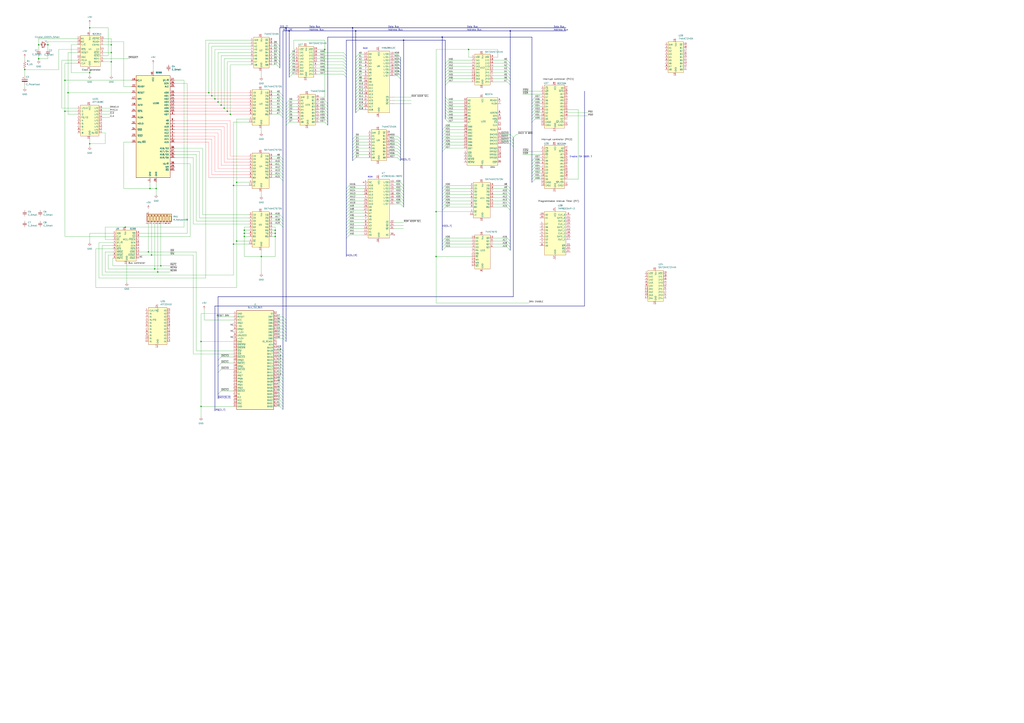
<source format=kicad_sch>
(kicad_sch (version 20231120) (generator "eeschema") (generator_version "8.0")
  (paper "A1")
  (lib_symbols
    (symbol "82C84A_1"
      (property "Reference" "U" (at 0.508 0.762 0))
      (property "Value" "82C84A" (at 7.62 -11.43 90))
      (symbol "82C84A_1_1_1"
        (pin input line (at 19.05 -7.62 180) (length 2.54) (name "CSYNC") (number "1"))
        (pin output line (at -2.54 -13.97 0) (length 2.54) (name "RESET") (number "10"))
        (pin input line (at -2.54 -11.43 0) (length 2.54) (name "~{RES}") (number "11"))
        (pin output line (at -2.54 -17.78 0) (length 2.54) (name "OSC") (number "12"))
        (pin input line (at -2.54 -7.62 0) (length 2.54) (name "F/~{C}") (number "13"))
        (pin input line (at 19.05 -11.43 180) (length 2.54) (name "EFI") (number "14"))
        (pin input line (at 19.05 -2.54 180) (length 2.54) (name "~{ASYNC}") (number "15"))
        (pin input clock (at -2.54 -5.08 0) (length 2.54) (name "X2") (number "16"))
        (pin input clock (at -2.54 -2.54 0) (length 2.54) (name "X1") (number "17"))
        (pin power_in line (at 7.62 2.54 270) (length 2.54) (name "Vcc") (number "18"))
        (pin output line (at -2.54 -20.32 0) (length 2.54) (name "PCLK") (number "2"))
        (pin input line (at 19.05 -13.97 180) (length 2.54) (name "~{AEN1}") (number "3"))
        (pin input line (at 19.05 -19.05 180) (length 2.54) (name "RDY1") (number "4"))
        (pin output line (at 19.05 -5.08 180) (length 2.54) (name "READY") (number "5"))
        (pin input line (at 19.05 -21.59 180) (length 2.54) (name "RDY2") (number "6"))
        (pin input line (at 19.05 -16.51 180) (length 2.54) (name "~{AEN2}") (number "7"))
        (pin output line (at -2.54 -22.86 0) (length 2.54) (name "CLK") (number "8"))
        (pin power_in line (at 7.62 -27.94 90) (length 2.54) (name "GND") (number "9"))
      )
    )
    (symbol "Connector:Bus_ISA_8bit"
      (property "Reference" "J" (at 0 42.545 0))
      (property "Value" "Bus_ISA_8bit" (at 0 -42.545 0))
      (symbol "Bus_ISA_8bit_1_1"
        (pin power_in line (at -17.78 38.1 0) (length 2.54) (name "GND") (number "1"))
        (pin power_in line (at -17.78 15.24 0) (length 2.54) (name "GND") (number "10"))
        (pin output line (at -17.78 12.7 0) (length 2.54) (name "~{SMEMW}") (number "11"))
        (pin output line (at -17.78 10.16 0) (length 2.54) (name "~{SMEMR}") (number "12"))
        (pin output line (at -17.78 7.62 0) (length 2.54) (name "~{IOW}") (number "13"))
        (pin output line (at -17.78 5.08 0) (length 2.54) (name "~{IOR}") (number "14"))
        (pin passive line (at -17.78 2.54 0) (length 2.54) (name "~{DACK3}") (number "15"))
        (pin passive line (at -17.78 0 0) (length 2.54) (name "DRQ3") (number "16"))
        (pin passive line (at -17.78 -2.54 0) (length 2.54) (name "~{DACK1}") (number "17"))
        (pin passive line (at -17.78 -5.08 0) (length 2.54) (name "DRQ1") (number "18"))
        (pin passive line (at -17.78 -7.62 0) (length 2.54) (name "~{DACK0}") (number "19"))
        (pin output line (at -17.78 35.56 0) (length 2.54) (name "RESET") (number "2"))
        (pin output line (at -17.78 -10.16 0) (length 2.54) (name "CLK") (number "20"))
        (pin passive line (at -17.78 -12.7 0) (length 2.54) (name "IRQ7") (number "21"))
        (pin passive line (at -17.78 -15.24 0) (length 2.54) (name "IRQ6") (number "22"))
        (pin passive line (at -17.78 -17.78 0) (length 2.54) (name "IRQ5") (number "23"))
        (pin passive line (at -17.78 -20.32 0) (length 2.54) (name "IRQ4") (number "24"))
        (pin passive line (at -17.78 -22.86 0) (length 2.54) (name "IRQ3") (number "25"))
        (pin passive line (at -17.78 -25.4 0) (length 2.54) (name "~{DACK2}") (number "26"))
        (pin passive line (at -17.78 -27.94 0) (length 2.54) (name "TC") (number "27"))
        (pin output line (at -17.78 -30.48 0) (length 2.54) (name "ALE") (number "28"))
        (pin power_in line (at -17.78 -33.02 0) (length 2.54) (name "VCC") (number "29"))
        (pin power_in line (at -17.78 33.02 0) (length 2.54) (name "VCC") (number "3"))
        (pin output line (at -17.78 -35.56 0) (length 2.54) (name "OSC") (number "30"))
        (pin power_in line (at -17.78 -38.1 0) (length 2.54) (name "GND") (number "31"))
        (pin passive line (at 17.78 38.1 180) (length 2.54) (name "IO") (number "32"))
        (pin tri_state line (at 17.78 35.56 180) (length 2.54) (name "DB7") (number "33"))
        (pin tri_state line (at 17.78 33.02 180) (length 2.54) (name "DB6") (number "34"))
        (pin tri_state line (at 17.78 30.48 180) (length 2.54) (name "DB5") (number "35"))
        (pin tri_state line (at 17.78 27.94 180) (length 2.54) (name "DB4") (number "36"))
        (pin tri_state line (at 17.78 25.4 180) (length 2.54) (name "DB3") (number "37"))
        (pin tri_state line (at 17.78 22.86 180) (length 2.54) (name "DB2") (number "38"))
        (pin tri_state line (at 17.78 20.32 180) (length 2.54) (name "DB1") (number "39"))
        (pin passive line (at -17.78 30.48 0) (length 2.54) (name "IRQ2") (number "4"))
        (pin tri_state line (at 17.78 17.78 180) (length 2.54) (name "DB0") (number "40"))
        (pin passive line (at 17.78 15.24 180) (length 2.54) (name "IO_READY") (number "41"))
        (pin output line (at 17.78 12.7 180) (length 2.54) (name "AEN") (number "42"))
        (pin tri_state line (at 17.78 10.16 180) (length 2.54) (name "BA19") (number "43"))
        (pin tri_state line (at 17.78 7.62 180) (length 2.54) (name "BA18") (number "44"))
        (pin tri_state line (at 17.78 5.08 180) (length 2.54) (name "BA17") (number "45"))
        (pin tri_state line (at 17.78 2.54 180) (length 2.54) (name "BA16") (number "46"))
        (pin tri_state line (at 17.78 0 180) (length 2.54) (name "BA15") (number "47"))
        (pin tri_state line (at 17.78 -2.54 180) (length 2.54) (name "BA14") (number "48"))
        (pin tri_state line (at 17.78 -5.08 180) (length 2.54) (name "BA13") (number "49"))
        (pin power_in line (at -17.78 27.94 0) (length 2.54) (name "-5V") (number "5"))
        (pin tri_state line (at 17.78 -7.62 180) (length 2.54) (name "BA12") (number "50"))
        (pin tri_state line (at 17.78 -10.16 180) (length 2.54) (name "BA11") (number "51"))
        (pin tri_state line (at 17.78 -12.7 180) (length 2.54) (name "BA10") (number "52"))
        (pin tri_state line (at 17.78 -15.24 180) (length 2.54) (name "BA09") (number "53"))
        (pin tri_state line (at 17.78 -17.78 180) (length 2.54) (name "BA08") (number "54"))
        (pin tri_state line (at 17.78 -20.32 180) (length 2.54) (name "BA07") (number "55"))
        (pin tri_state line (at 17.78 -22.86 180) (length 2.54) (name "BA06") (number "56"))
        (pin tri_state line (at 17.78 -25.4 180) (length 2.54) (name "BA05") (number "57"))
        (pin tri_state line (at 17.78 -27.94 180) (length 2.54) (name "BA04") (number "58"))
        (pin tri_state line (at 17.78 -30.48 180) (length 2.54) (name "BA03") (number "59"))
        (pin passive line (at -17.78 25.4 0) (length 2.54) (name "DRQ2") (number "6"))
        (pin tri_state line (at 17.78 -33.02 180) (length 2.54) (name "BA02") (number "60"))
        (pin tri_state line (at 17.78 -35.56 180) (length 2.54) (name "BA01") (number "61"))
        (pin tri_state line (at 17.78 -38.1 180) (length 2.54) (name "BA00") (number "62"))
        (pin power_in line (at -17.78 22.86 0) (length 2.54) (name "-12V") (number "7"))
        (pin passive line (at -17.78 20.32 0) (length 2.54) (name "UNUSED") (number "8"))
        (pin power_in line (at -17.78 17.78 0) (length 2.54) (name "+12V") (number "9"))
      )
    )
    (symbol "Custom:74AHCT245N"
      (property "Reference" "U" (at 0.508 0.762 0))
      (property "Value" "74AHCT245N" (at 6.604 -12.446 90))
      (symbol "74AHCT245N_1_1"
        (pin input line (at -2.54 -2.54 0) (length 2.54) (name "DIR") (number "1"))
        (pin power_in line (at 6.35 -27.94 90) (length 2.54) (name "GND") (number "10"))
        (pin bidirectional line (at 15.24 -22.86 180) (length 2.54) (name "B8") (number "11"))
        (pin bidirectional line (at 15.24 -20.32 180) (length 2.54) (name "B7") (number "12"))
        (pin bidirectional line (at 15.24 -17.78 180) (length 2.54) (name "B6") (number "13"))
        (pin bidirectional line (at 15.24 -15.24 180) (length 2.54) (name "B5") (number "14"))
        (pin bidirectional line (at 15.24 -12.7 180) (length 2.54) (name "B4") (number "15"))
        (pin bidirectional line (at 15.24 -10.16 180) (length 2.54) (name "B3") (number "16"))
        (pin bidirectional line (at 15.24 -7.62 180) (length 2.54) (name "B2") (number "17"))
        (pin bidirectional line (at 15.24 -5.08 180) (length 2.54) (name "B1") (number "18"))
        (pin input line (at 15.24 -2.54 180) (length 2.54) (name "~{OE}") (number "19"))
        (pin bidirectional line (at -2.54 -5.08 0) (length 2.54) (name "A1") (number "2"))
        (pin power_in line (at 6.35 2.54 270) (length 2.54) (name "Vcc") (number "20"))
        (pin bidirectional line (at -2.54 -7.62 0) (length 2.54) (name "A2") (number "3"))
        (pin bidirectional line (at -2.54 -10.16 0) (length 2.54) (name "A3") (number "4"))
        (pin bidirectional line (at -2.54 -12.7 0) (length 2.54) (name "A4") (number "5"))
        (pin bidirectional line (at -2.54 -15.24 0) (length 2.54) (name "A5") (number "6"))
        (pin bidirectional line (at -2.54 -17.78 0) (length 2.54) (name "A6") (number "7"))
        (pin bidirectional line (at -2.54 -20.32 0) (length 2.54) (name "A7") (number "8"))
        (pin input line (at -2.54 -22.86 0) (length 2.54) (name "A8") (number "9"))
      )
    )
    (symbol "Custom:74HCT670"
      (property "Reference" "U" (at 0.508 0.762 0))
      (property "Value" "74HCT670" (at 6.604 -13.97 90))
      (symbol "74HCT670_1_1"
        (pin input line (at -2.54 -5.08 0) (length 2.54) (name "D1") (number "1"))
        (pin tri_state line (at 15.24 -2.54 180) (length 2.54) (name "Q0") (number "10"))
        (pin input line (at -2.54 -17.78 0) (length 2.54) (name "~{RE}") (number "11"))
        (pin input line (at -2.54 -25.4 0) (length 2.54) (name "~{WE}") (number "12"))
        (pin input line (at -2.54 -22.86 0) (length 2.54) (name "WB") (number "13"))
        (pin input line (at -2.54 -20.32 0) (length 2.54) (name "WA") (number "14"))
        (pin input line (at -2.54 -2.54 0) (length 2.54) (name "D0") (number "15"))
        (pin power_in line (at 6.35 2.54 270) (length 2.54) (name "Vcc") (number "16"))
        (pin input line (at -2.54 -7.62 0) (length 2.54) (name "D2") (number "2"))
        (pin input line (at -2.54 -10.16 0) (length 2.54) (name "D3") (number "3"))
        (pin input line (at -2.54 -15.24 0) (length 2.54) (name "RB") (number "4"))
        (pin input line (at -2.54 -12.7 0) (length 2.54) (name "RA") (number "5"))
        (pin tri_state line (at 15.24 -10.16 180) (length 2.54) (name "Q3") (number "6"))
        (pin tri_state line (at 15.24 -7.62 180) (length 2.54) (name "Q2") (number "7"))
        (pin power_in line (at 6.35 -30.48 90) (length 2.54) (name "GND") (number "8"))
        (pin tri_state line (at 15.24 -5.08 180) (length 2.54) (name "Q1") (number "9"))
      )
    )
    (symbol "Custom:8237A"
      (property "Reference" "U" (at 0.508 1.016 0))
      (property "Value" "8237A" (at 12.7 -22.606 90))
      (symbol "8237A_1_1"
        (pin input line (at 27.94 -20.32 180) (length 2.54) (name "~{CS}") (number ""))
        (pin bidirectional line (at -2.54 -45.72 0) (length 2.54) (name "~{IOR}") (number "1"))
        (pin output line (at 27.94 -17.78 180) (length 2.54) (name "HRQ") (number "10"))
        (pin input line (at 27.94 -22.86 180) (length 2.54) (name "CLK") (number "12"))
        (pin input line (at 27.94 -26.67 180) (length 2.54) (name "RESET") (number "13"))
        (pin output line (at 27.94 -35.56 180) (length 2.54) (name "DACK2") (number "14"))
        (pin output line (at 27.94 -38.1 180) (length 2.54) (name "DACK3") (number "15"))
        (pin input line (at 27.94 -41.91 180) (length 2.54) (name "DREQ3") (number "16"))
        (pin input line (at 27.94 -44.45 180) (length 2.54) (name "DREQ2") (number "17"))
        (pin input line (at 27.94 -46.99 180) (length 2.54) (name "DREQ1") (number "18"))
        (pin input line (at 27.94 -49.53 180) (length 2.54) (name "DREQ0") (number "19"))
        (pin bidirectional line (at -2.54 -48.26 0) (length 2.54) (name "~{IOW}") (number "2"))
        (pin power_in line (at 12.7 -58.42 90) (length 2.54) (name "VSS") (number "20"))
        (pin input line (at -2.54 -41.91 0) (length 2.54) (name "DB7") (number "21"))
        (pin input line (at -2.54 -39.37 0) (length 2.54) (name "DB6") (number "22"))
        (pin input line (at -2.54 -36.83 0) (length 2.54) (name "DB5") (number "23"))
        (pin output line (at 27.94 -33.02 180) (length 2.54) (name "DACK1") (number "24"))
        (pin output line (at 27.94 -30.48 180) (length 2.54) (name "DACK0") (number "25"))
        (pin input line (at -2.54 -29.21 0) (length 2.54) (name "DB2") (number "26"))
        (pin input line (at -2.54 -34.29 0) (length 2.54) (name "DB4") (number "26"))
        (pin input line (at -2.54 -31.75 0) (length 2.54) (name "DB3") (number "27"))
        (pin input line (at -2.54 -26.67 0) (length 2.54) (name "DB1") (number "29"))
        (pin output line (at -2.54 -50.8 0) (length 2.54) (name "~{MEMR}") (number "3"))
        (pin input line (at -2.54 -24.13 0) (length 2.54) (name "DB0") (number "30"))
        (pin power_in line (at 12.7 2.54 270) (length 2.54) (name "VCC") (number "31"))
        (pin bidirectional line (at -2.54 -2.54 0) (length 2.54) (name "A0") (number "32"))
        (pin bidirectional line (at -2.54 -5.08 0) (length 2.54) (name "A1") (number "33"))
        (pin bidirectional line (at -2.54 -7.62 0) (length 2.54) (name "A2") (number "34"))
        (pin bidirectional line (at -2.54 -10.16 0) (length 2.54) (name "A3") (number "35"))
        (pin bidirectional line (at 27.94 -53.34 180) (length 2.54) (name "~{EOP}") (number "36"))
        (pin output line (at -2.54 -12.7 0) (length 2.54) (name "A4") (number "37"))
        (pin output line (at -2.54 -15.24 0) (length 2.54) (name "A5") (number "38"))
        (pin output line (at -2.54 -17.78 0) (length 2.54) (name "A6") (number "39"))
        (pin output line (at -2.54 -53.34 0) (length 2.54) (name "~{MEMW}") (number "4"))
        (pin output line (at -2.54 -20.32 0) (length 2.54) (name "A7") (number "40"))
        (pin input line (at 27.94 -2.54 180) (length 2.54) (name "READY") (number "6"))
        (pin input line (at 27.94 -5.08 180) (length 2.54) (name "HLDA") (number "7"))
        (pin output line (at 27.94 -12.7 180) (length 2.54) (name "ADSTB") (number "8"))
        (pin output line (at 27.94 -15.24 180) (length 2.54) (name "AEN") (number "9"))
      )
    )
    (symbol "Custom:82C59A"
      (property "Reference" "U" (at 0.508 1.016 0))
      (property "Value" "82C59A" (at 8.636 -16.256 90))
      (symbol "82C59A_1_1"
        (pin input line (at 19.05 -30.48 180) (length 2.54) (name "~{SP}/~{EN}") (number ""))
        (pin input line (at -2.54 -2.54 0) (length 2.54) (name "~{CS}") (number "1"))
        (pin input line (at -2.54 -25.4 0) (length 2.54) (name "D1") (number "10"))
        (pin input line (at -2.54 -27.94 0) (length 2.54) (name "D0") (number "11"))
        (pin input line (at -2.54 -30.48 0) (length 2.54) (name "CAS0") (number "12"))
        (pin input line (at -2.54 -33.02 0) (length 2.54) (name "CAS1") (number "13"))
        (pin power_in line (at 8.89 -38.1 90) (length 2.54) (name "GND") (number "14"))
        (pin input line (at 19.05 -33.02 180) (length 2.54) (name "CAS2") (number "15"))
        (pin input line (at 19.05 -27.94 180) (length 2.54) (name "INT") (number "17"))
        (pin input line (at 19.05 -25.4 180) (length 2.54) (name "IR0") (number "18"))
        (pin input line (at 19.05 -22.86 180) (length 2.54) (name "IR1") (number "19"))
        (pin input line (at -2.54 -5.08 0) (length 2.54) (name "~{WR}") (number "2"))
        (pin input line (at 19.05 -20.32 180) (length 2.54) (name "IR2") (number "20"))
        (pin input line (at 19.05 -17.78 180) (length 2.54) (name "IR3") (number "21"))
        (pin input line (at 19.05 -15.24 180) (length 2.54) (name "IR4") (number "22"))
        (pin input line (at 19.05 -12.7 180) (length 2.54) (name "IR5") (number "23"))
        (pin input line (at 19.05 -10.16 180) (length 2.54) (name "IR6") (number "24"))
        (pin input line (at 19.05 -7.62 180) (length 2.54) (name "IR7") (number "25"))
        (pin input line (at 19.05 -5.08 180) (length 2.54) (name "~{INTA}") (number "26"))
        (pin input line (at 19.05 -2.54 180) (length 2.54) (name "A0") (number "27"))
        (pin power_in line (at 8.89 2.54 270) (length 2.54) (name "VCC") (number "28"))
        (pin input line (at -2.54 -7.62 0) (length 2.54) (name "~{RD}") (number "3"))
        (pin input line (at -2.54 -10.16 0) (length 2.54) (name "D7") (number "4"))
        (pin input line (at -2.54 -12.7 0) (length 2.54) (name "D6") (number "5"))
        (pin input line (at -2.54 -15.24 0) (length 2.54) (name "D5") (number "6"))
        (pin input line (at -2.54 -17.78 0) (length 2.54) (name "D4") (number "7"))
        (pin input line (at -2.54 -20.32 0) (length 2.54) (name "D3") (number "8"))
        (pin input line (at -2.54 -22.86 0) (length 2.54) (name "D2") (number "9"))
      )
    )
    (symbol "Custom:82C88"
      (property "Reference" "U" (at 0.508 0.762 0))
      (property "Value" "8288" (at 8.382 -12.192 90))
      (symbol "82C88_1_1"
        (pin input line (at -2.54 -2.54 0) (length 2.54) (name "IOB") (number "1"))
        (pin power_in line (at 8.89 -27.94 90) (length 2.54) (name "GND") (number "10"))
        (pin output line (at 19.05 -22.86 180) (length 2.54) (name "~{IOWC}") (number "11"))
        (pin output line (at 19.05 -20.32 180) (length 2.54) (name "~{AIOWC}") (number "12"))
        (pin output line (at 19.05 -17.78 180) (length 2.54) (name "~{IORC}") (number "13"))
        (pin output line (at 19.05 -15.24 180) (length 2.54) (name "~{INTA}") (number "14"))
        (pin input line (at 19.05 -12.7 180) (length 2.54) (name "CEN") (number "15"))
        (pin output line (at 19.05 -10.16 180) (length 2.54) (name "DEN") (number "16"))
        (pin output line (at 19.05 -7.62 180) (length 2.54) (name "MCE/~{PDEN}") (number "17"))
        (pin input line (at 19.05 -5.08 180) (length 2.54) (name "~{S2}") (number "18"))
        (pin input line (at 19.05 -2.54 180) (length 2.54) (name "~{S0}") (number "19"))
        (pin input line (at -2.54 -5.08 0) (length 2.54) (name "CLK") (number "2"))
        (pin power_in line (at 7.62 2.54 270) (length 2.54) (name "Vcc") (number "20"))
        (pin input line (at -2.54 -7.62 0) (length 2.54) (name "~{S1}") (number "3"))
        (pin output line (at -2.54 -10.16 0) (length 2.54) (name "DT/~{R}") (number "4"))
        (pin output line (at -2.54 -12.7 0) (length 2.54) (name "ALE") (number "5"))
        (pin input line (at -2.54 -15.24 0) (length 2.54) (name "~{AEN}") (number "6"))
        (pin output line (at -2.54 -17.78 0) (length 2.54) (name "~{MRDC}") (number "7"))
        (pin output line (at -2.54 -20.32 0) (length 2.54) (name "~{AMWC}") (number "8"))
        (pin output line (at -2.54 -22.86 0) (length 2.54) (name "~{MWTC}") (number "9"))
      )
    )
    (symbol "Custom:AT29C010A-90PC"
      (property "Reference" "U" (at 0.508 1.27 0))
      (property "Value" "AT29C010A-90PC" (at 8.636 -22.098 90))
      (symbol "AT29C010A-90PC_1_1"
        (pin no_connect line (at -3.81 -2.54 0) (length 3.81) (name "NC") (number "1"))
        (pin input line (at -3.81 -40.64 0) (length 3.81) (name "A2") (number "10"))
        (pin input line (at -3.81 -43.18 0) (length 3.81) (name "A1") (number "11"))
        (pin input line (at -3.81 -45.72 0) (length 3.81) (name "A0") (number "12"))
        (pin bidirectional line (at 21.59 -2.54 180) (length 3.81) (name "I/O0") (number "13"))
        (pin bidirectional line (at 21.59 -5.08 180) (length 3.81) (name "I/O1") (number "14"))
        (pin bidirectional line (at 21.59 -7.62 180) (length 3.81) (name "I/O2") (number "15"))
        (pin power_in line (at 8.89 -52.07 90) (length 3.81) (name "GND") (number "16"))
        (pin bidirectional line (at 21.59 -10.16 180) (length 3.81) (name "I/O3") (number "17"))
        (pin bidirectional line (at 21.59 -12.7 180) (length 3.81) (name "I/O4") (number "18"))
        (pin bidirectional line (at 21.59 -15.24 180) (length 3.81) (name "I/O5") (number "19"))
        (pin input line (at -3.81 -5.08 0) (length 3.81) (name "A16") (number "2"))
        (pin bidirectional line (at 21.59 -17.78 180) (length 3.81) (name "I/O6") (number "20"))
        (pin bidirectional line (at 21.59 -20.32 180) (length 3.81) (name "I/O7") (number "21"))
        (pin input line (at 21.59 -35.56 180) (length 3.81) (name "~{CE}") (number "22"))
        (pin input line (at -3.81 -20.32 0) (length 3.81) (name "A10") (number "23"))
        (pin input line (at 21.59 -38.1 180) (length 3.81) (name "~{OE}") (number "24"))
        (pin input line (at -3.81 -17.78 0) (length 3.81) (name "A11") (number "25"))
        (pin input line (at -3.81 -22.86 0) (length 3.81) (name "A9") (number "26"))
        (pin input line (at -3.81 -25.4 0) (length 3.81) (name "A8") (number "27"))
        (pin input line (at -3.81 -12.7 0) (length 3.81) (name "A13") (number "28"))
        (pin input line (at -3.81 -10.16 0) (length 3.81) (name "A14") (number "29"))
        (pin input line (at -3.81 -7.62 0) (length 3.81) (name "A15") (number "3"))
        (pin no_connect line (at 21.59 -45.72 180) (length 3.81) (name "NC") (number "30"))
        (pin input line (at 21.59 -40.64 180) (length 3.81) (name "~{WE}") (number "31"))
        (pin power_in line (at 8.89 3.81 270) (length 3.81) (name "VCC") (number "32"))
        (pin input line (at -3.81 -15.24 0) (length 3.81) (name "A12") (number "4"))
        (pin input line (at -3.81 -27.94 0) (length 3.81) (name "A7") (number "5"))
        (pin input line (at -3.81 -30.48 0) (length 3.81) (name "A6") (number "6"))
        (pin input line (at -3.81 -33.02 0) (length 3.81) (name "A5") (number "7"))
        (pin input line (at -3.81 -35.56 0) (length 3.81) (name "A4") (number "8"))
        (pin input line (at -3.81 -38.1 0) (length 3.81) (name "A3") (number "9"))
      )
    )
    (symbol "Custom:ATF16V8C"
      (property "Reference" "U" (at 0.508 0.762 0))
      (property "Value" "ATF16V8C" (at 14.732 1.27 0))
      (symbol "ATF16V8C_1_1"
        (pin input line (at -2.54 -2.54 0) (length 2.54) (name "I/CLK") (number "1"))
        (pin power_in line (at 7.62 -27.94 90) (length 2.54) (name "GND") (number "10"))
        (pin bidirectional line (at 17.78 -22.86 180) (length 2.54) (name "I9/~{OE}") (number "11"))
        (pin bidirectional line (at 17.78 -20.32 180) (length 2.54) (name "I/O") (number "12"))
        (pin bidirectional line (at 17.78 -17.78 180) (length 2.54) (name "I/O") (number "13"))
        (pin bidirectional line (at 17.78 -15.24 180) (length 2.54) (name "I/O") (number "14"))
        (pin bidirectional line (at 17.78 -12.7 180) (length 2.54) (name "I/O") (number "15"))
        (pin bidirectional line (at 17.78 -10.16 180) (length 2.54) (name "I/O") (number "16"))
        (pin bidirectional line (at 17.78 -7.62 180) (length 2.54) (name "I/O") (number "17"))
        (pin bidirectional line (at 17.78 -5.08 180) (length 2.54) (name "I/O") (number "18"))
        (pin bidirectional line (at 17.78 -2.54 180) (length 2.54) (name "I/O") (number "19"))
        (pin input line (at -2.54 -5.08 0) (length 2.54) (name "I1") (number "2"))
        (pin power_in line (at 7.62 2.54 270) (length 2.54) (name "VCC") (number "20"))
        (pin input line (at -2.54 -7.62 0) (length 2.54) (name "I2") (number "3"))
        (pin input line (at -2.54 -10.16 0) (length 2.54) (name "PD/I3") (number "4"))
        (pin input line (at -2.54 -12.7 0) (length 2.54) (name "I4") (number "5"))
        (pin input line (at -2.54 -15.24 0) (length 2.54) (name "I5") (number "6"))
        (pin input line (at -2.54 -17.78 0) (length 2.54) (name "I6") (number "7"))
        (pin input line (at -2.54 -20.32 0) (length 2.54) (name "I7") (number "8"))
        (pin input line (at -2.54 -22.86 0) (length 2.54) (name "I8") (number "9"))
      )
    )
    (symbol "Custom:ATF22V10"
      (property "Reference" "U" (at 0.254 0.762 0))
      (property "Value" "ATF22V10" (at 8.128 -18.034 90))
      (symbol "ATF22V10_1_1"
        (pin input line (at -2.54 -2.54 0) (length 2.54) (name "CLK/IN") (number "1"))
        (pin input line (at -2.54 -25.4 0) (length 2.54) (name "IN") (number "10"))
        (pin input line (at -2.54 -27.94 0) (length 2.54) (name "IN") (number "11"))
        (pin power_in line (at 7.62 -33.02 90) (length 2.54) (name "GND") (number "12"))
        (pin input line (at 17.78 -27.94 180) (length 2.54) (name "IN") (number "13"))
        (pin bidirectional line (at 17.78 -25.4 180) (length 2.54) (name "IO") (number "14"))
        (pin bidirectional line (at 17.78 -22.86 180) (length 2.54) (name "IO") (number "15"))
        (pin bidirectional line (at 17.78 -20.32 180) (length 2.54) (name "IO") (number "16"))
        (pin bidirectional line (at 17.78 -17.78 180) (length 2.54) (name "IO") (number "17"))
        (pin bidirectional line (at 17.78 -15.24 180) (length 2.54) (name "IO") (number "18"))
        (pin bidirectional line (at 17.78 -12.7 180) (length 2.54) (name "IO") (number "19"))
        (pin input line (at -2.54 -5.08 0) (length 2.54) (name "IN") (number "2"))
        (pin bidirectional line (at 17.78 -10.16 180) (length 2.54) (name "IO") (number "20"))
        (pin bidirectional line (at 17.78 -7.62 180) (length 2.54) (name "IO") (number "21"))
        (pin bidirectional line (at 17.78 -5.08 180) (length 2.54) (name "IO") (number "22"))
        (pin bidirectional line (at 17.78 -2.54 180) (length 2.54) (name "IO") (number "23"))
        (pin power_in line (at 7.62 2.54 270) (length 2.54) (name "Vcc") (number "24"))
        (pin input line (at -2.54 -7.62 0) (length 2.54) (name "IN") (number "3"))
        (pin input line (at -2.54 -10.16 0) (length 2.54) (name "IN/PD") (number "4"))
        (pin input line (at -2.54 -12.7 0) (length 2.54) (name "IN") (number "5"))
        (pin input line (at -2.54 -15.24 0) (length 2.54) (name "IN") (number "6"))
        (pin input line (at -2.54 -17.78 0) (length 2.54) (name "IN") (number "7"))
        (pin input line (at -2.54 -20.32 0) (length 2.54) (name "IN") (number "8"))
        (pin input line (at -2.54 -22.86 0) (length 2.54) (name "IN") (number "9"))
      )
    )
    (symbol "Custom:HM628512C"
      (property "Reference" "U" (at 0.508 1.016 0))
      (property "Value" "HM628512C" (at 8.89 -25.146 90))
      (symbol "HM628512C_1_1"
        (pin bidirectional line (at 21.59 -38.1 180) (length 3.81) (name "~{CS}") (number ""))
        (pin bidirectional line (at 21.59 -40.64 180) (length 3.81) (name "~{OE}") (number ""))
        (pin bidirectional line (at 21.59 -43.18 180) (length 3.81) (name "~{WE}") (number ""))
        (pin input line (at -3.81 -48.26 0) (length 3.81) (name "A18") (number "1"))
        (pin input line (at -3.81 -7.62 0) (length 3.81) (name "A2") (number "10"))
        (pin input line (at -3.81 -5.08 0) (length 3.81) (name "A1") (number "11"))
        (pin input line (at -3.81 -2.54 0) (length 3.81) (name "A0") (number "12"))
        (pin bidirectional line (at 21.59 -2.54 180) (length 3.81) (name "I/O0") (number "13"))
        (pin bidirectional line (at 21.59 -5.08 180) (length 3.81) (name "I/O1") (number "14"))
        (pin bidirectional line (at 21.59 -7.62 180) (length 3.81) (name "I/O2") (number "15"))
        (pin power_in line (at 8.89 -54.61 90) (length 3.81) (name "GND") (number "16"))
        (pin bidirectional line (at 21.59 -10.16 180) (length 3.81) (name "I/O3") (number "17"))
        (pin bidirectional line (at 21.59 -12.7 180) (length 3.81) (name "I/O4") (number "18"))
        (pin bidirectional line (at 21.59 -15.24 180) (length 3.81) (name "I/O5") (number "19"))
        (pin input line (at -3.81 -43.18 0) (length 3.81) (name "A16") (number "2"))
        (pin bidirectional line (at 21.59 -17.78 180) (length 3.81) (name "I/O6") (number "20"))
        (pin bidirectional line (at 21.59 -20.32 180) (length 3.81) (name "I/O7") (number "21"))
        (pin input line (at -3.81 -27.94 0) (length 3.81) (name "A10") (number "23"))
        (pin input line (at -3.81 -30.48 0) (length 3.81) (name "A11") (number "25"))
        (pin input line (at -3.81 -25.4 0) (length 3.81) (name "A9") (number "26"))
        (pin input line (at -3.81 -22.86 0) (length 3.81) (name "A8") (number "27"))
        (pin input line (at -3.81 -35.56 0) (length 3.81) (name "A13") (number "28"))
        (pin input line (at -3.81 -38.1 0) (length 3.81) (name "A14") (number "3"))
        (pin input line (at -3.81 -45.72 0) (length 3.81) (name "A17") (number "30"))
        (pin input line (at -3.81 -40.64 0) (length 3.81) (name "A15") (number "31"))
        (pin power_in line (at 8.89 3.81 270) (length 3.81) (name "VCC") (number "32"))
        (pin input line (at -3.81 -33.02 0) (length 3.81) (name "A12") (number "4"))
        (pin input line (at -3.81 -20.32 0) (length 3.81) (name "A7") (number "5"))
        (pin input line (at -3.81 -17.78 0) (length 3.81) (name "A6") (number "6"))
        (pin input line (at -3.81 -15.24 0) (length 3.81) (name "A5") (number "7"))
        (pin input line (at -3.81 -12.7 0) (length 3.81) (name "A4") (number "8"))
        (pin input line (at -3.81 -10.16 0) (length 3.81) (name "A3") (number "9"))
      )
    )
    (symbol "Custom:SN74AHCT244N"
      (property "Reference" "U" (at 0.508 0.762 0))
      (property "Value" "SN72AHCT244N" (at 6.35 -11.684 90))
      (symbol "SN74AHCT244N_1_1"
        (pin input line (at -2.54 -2.54 0) (length 2.54) (name "1~{OE}") (number "1"))
        (pin power_in line (at 6.35 -27.94 90) (length 2.54) (name "GND") (number "10"))
        (pin input line (at -2.54 -15.24 0) (length 2.54) (name "2A1") (number "11"))
        (pin output line (at 15.24 -12.7 180) (length 2.54) (name "1Y4") (number "12"))
        (pin input line (at -2.54 -17.78 0) (length 2.54) (name "2A2") (number "13"))
        (pin output line (at 15.24 -10.16 180) (length 2.54) (name "1Y3") (number "14"))
        (pin input line (at -2.54 -20.32 0) (length 2.54) (name "2A3") (number "15"))
        (pin output line (at 15.24 -7.62 180) (length 2.54) (name "1Y2") (number "16"))
        (pin input line (at -2.54 -22.86 0) (length 2.54) (name "2A4") (number "17"))
        (pin output line (at 15.24 -5.08 180) (length 2.54) (name "1Y1") (number "18"))
        (pin input line (at 15.24 -2.54 180) (length 2.54) (name "2~{OE}") (number "19"))
        (pin input line (at -2.54 -5.08 0) (length 2.54) (name "1A1") (number "2"))
        (pin power_in line (at 6.35 2.54 270) (length 2.54) (name "Vcc") (number "20"))
        (pin output line (at 15.24 -22.86 180) (length 2.54) (name "2Y4") (number "3"))
        (pin input line (at -2.54 -7.62 0) (length 2.54) (name "1A2") (number "4"))
        (pin output line (at 15.24 -20.32 180) (length 2.54) (name "2Y3") (number "5"))
        (pin input line (at -2.54 -10.16 0) (length 2.54) (name "1A3") (number "6"))
        (pin output line (at 15.24 -17.78 180) (length 2.54) (name "2Y2") (number "7"))
        (pin input line (at -2.54 -12.7 0) (length 2.54) (name "1A4") (number "8"))
        (pin output line (at 15.24 -15.24 180) (length 2.54) (name "2Y1") (number "9"))
      )
    )
    (symbol "Custom:TMP82C54P-2"
      (property "Reference" "U" (at 0.508 1.016 0))
      (property "Value" "TMP82C54P-2" (at 9.144 -15.494 90))
      (symbol "TMP82C54P-2_1_1"
        (pin bidirectional line (at -3.81 -10.16 0) (length 3.81) (name "D7") (number "1"))
        (pin output line (at 21.59 -7.62 180) (length 3.81) (name "OUT_0") (number "10"))
        (pin input line (at 21.59 -5.08 180) (length 3.81) (name "GATE_0") (number "11"))
        (pin power_in line (at 8.89 -39.37 90) (length 3.81) (name "GND") (number "12"))
        (pin output line (at 21.59 -15.24 180) (length 3.81) (name "OUT_1") (number "13"))
        (pin input line (at 21.59 -12.7 180) (length 3.81) (name "GATE_1") (number "14"))
        (pin input line (at 21.59 -10.16 180) (length 3.81) (name "CLK_1") (number "15"))
        (pin input line (at 21.59 -20.32 180) (length 3.81) (name "GATE_2") (number "16"))
        (pin output line (at 21.59 -22.86 180) (length 3.81) (name "OUT_2") (number "17"))
        (pin input line (at 21.59 -17.78 180) (length 3.81) (name "CLK_2") (number "18"))
        (pin input line (at -3.81 -2.54 0) (length 3.81) (name "A0") (number "19"))
        (pin bidirectional line (at -3.81 -12.7 0) (length 3.81) (name "D6") (number "2"))
        (pin input line (at -3.81 -5.08 0) (length 3.81) (name "A1") (number "20"))
        (pin input line (at 21.59 -33.02 180) (length 3.81) (name "~{CS}") (number "21"))
        (pin input line (at 21.59 -30.48 180) (length 3.81) (name "~{RD}") (number "22"))
        (pin input line (at 21.59 -27.94 180) (length 3.81) (name "~{WR}") (number "23"))
        (pin power_in line (at 8.89 3.81 270) (length 3.81) (name "VCC") (number "24"))
        (pin bidirectional line (at -3.81 -15.24 0) (length 3.81) (name "D5") (number "3"))
        (pin bidirectional line (at -3.81 -22.86 0) (length 3.81) (name "D2") (number "4"))
        (pin bidirectional line (at -3.81 -17.78 0) (length 3.81) (name "D4") (number "4"))
        (pin bidirectional line (at -3.81 -20.32 0) (length 3.81) (name "D3") (number "5"))
        (pin bidirectional line (at -3.81 -25.4 0) (length 3.81) (name "D1") (number "7"))
        (pin bidirectional line (at -3.81 -27.94 0) (length 3.81) (name "D0") (number "8"))
        (pin input line (at 21.59 -2.54 180) (length 3.81) (name "CLK_0") (number "9"))
      )
    )
    (symbol "Device:C_Polarized" (pin_numbers hide) (pin_names (offset 0.254))
      (property "Reference" "C" (at 0.635 2.54 0))
      (property "Value" "C_Polarized" (at 0.635 -2.54 0))
      (symbol "C_Polarized_1_1"
        (pin passive line (at 0 3.81 270) (length 2.794) (name "~") (number "1"))
        (pin passive line (at 0 -3.81 90) (length 2.794) (name "~") (number "2"))
      )
    )
    (symbol "Device:C_Small" (pin_numbers hide) (pin_names (offset 0.254) hide)
      (property "Reference" "C" (at 0.254 1.778 0))
      (property "Value" "C_Small" (at 0.254 -2.032 0))
      (symbol "C_Small_1_1"
        (pin passive line (at 0 2.54 270) (length 2.032) (name "~") (number "1"))
        (pin passive line (at 0 -2.54 90) (length 2.032) (name "~") (number "2"))
      )
    )
    (symbol "Device:Crystal_GND24_Small" (pin_names (offset 1.016) hide)
      (property "Reference" "Y" (at 1.27 4.445 0))
      (property "Value" "Crystal_GND24_Small" (at 1.27 2.54 0))
      (symbol "Crystal_GND24_Small_1_1"
        (pin passive line (at -2.54 0 0) (length 1.27) (name "1") (number "1"))
        (pin passive line (at 0 -2.54 90) (length 0.635) (name "2") (number "2"))
        (pin passive line (at 2.54 0 180) (length 1.27) (name "3") (number "3"))
        (pin passive line (at 0 2.54 270) (length 0.635) (name "4") (number "4"))
      )
    )
    (symbol "Device:R_Network08" (pin_names (offset 0) hide)
      (property "Reference" "RN" (at -12.7 0 90))
      (property "Value" "R_Network08" (at 10.16 0 90))
      (symbol "R_Network08_1_1"
        (pin passive line (at -10.16 5.08 270) (length 2.54) (name "common") (number "1"))
        (pin passive line (at -10.16 -5.08 90) (length 1.27) (name "R1") (number "2"))
        (pin passive line (at -7.62 -5.08 90) (length 1.27) (name "R2") (number "3"))
        (pin passive line (at -5.08 -5.08 90) (length 1.27) (name "R3") (number "4"))
        (pin passive line (at -2.54 -5.08 90) (length 1.27) (name "R4") (number "5"))
        (pin passive line (at 0 -5.08 90) (length 1.27) (name "R5") (number "6"))
        (pin passive line (at 2.54 -5.08 90) (length 1.27) (name "R6") (number "7"))
        (pin passive line (at 5.08 -5.08 90) (length 1.27) (name "R7") (number "8"))
        (pin passive line (at 7.62 -5.08 90) (length 1.27) (name "R8") (number "9"))
      )
    )
    (symbol "Device:R_US" (pin_numbers hide) (pin_names (offset 0))
      (property "Reference" "R" (at 2.54 0 90))
      (property "Value" "R_US" (at -2.54 0 90))
      (symbol "R_US_1_1"
        (pin passive line (at 0 3.81 270) (length 1.27) (name "~") (number "1"))
        (pin passive line (at 0 -3.81 90) (length 1.27) (name "~") (number "2"))
      )
    )
    (symbol "MCU_Intel:8088" (pin_names (offset 1.016))
      (property "Reference" "U" (at -12.7 43.18 0))
      (property "Value" "8088" (at 10.16 43.18 0))
      (symbol "8088_1_1"
        (pin power_in line (at -2.54 -45.72 90) (length 3.81) (name "GND") (number "1"))
        (pin bidirectional line (at 17.78 12.7 180) (length 3.81) (name "AD6") (number "10"))
        (pin bidirectional line (at 17.78 15.24 180) (length 3.81) (name "AD5") (number "11"))
        (pin bidirectional line (at 17.78 17.78 180) (length 3.81) (name "AD4") (number "12"))
        (pin bidirectional line (at 17.78 20.32 180) (length 3.81) (name "AD3") (number "13"))
        (pin bidirectional line (at 17.78 22.86 180) (length 3.81) (name "AD2") (number "14"))
        (pin bidirectional line (at 17.78 25.4 180) (length 3.81) (name "AD1") (number "15"))
        (pin bidirectional line (at 17.78 27.94 180) (length 3.81) (name "AD0") (number "16"))
        (pin input line (at -17.78 22.86 0) (length 3.81) (name "NMI") (number "17"))
        (pin input line (at -17.78 17.78 0) (length 3.81) (name "INTR") (number "18"))
        (pin input clock (at -17.78 38.1 0) (length 3.81) (name "CLK") (number "19"))
        (pin output line (at 17.78 -10.16 180) (length 3.81) (name "A14") (number "2"))
        (pin power_in line (at 2.54 -45.72 90) (length 3.81) (name "GND") (number "20"))
        (pin input line (at -17.78 27.94 0) (length 3.81) (name "RESET") (number "21"))
        (pin input line (at -17.78 33.02 0) (length 3.81) (name "READY") (number "22"))
        (pin input line (at -17.78 -7.62 0) (length 3.81) (name "~{TEST}") (number "23"))
        (pin output line (at -17.78 12.7 0) (length 3.81) (name "~{INTA}") (number "24"))
        (pin output line (at 17.78 33.02 180) (length 3.81) (name "ALE") (number "25"))
        (pin output line (at 17.78 35.56 180) (length 3.81) (name "DEN") (number "26"))
        (pin output line (at 17.78 38.1 180) (length 3.81) (name "DT/~{R}") (number "27"))
        (pin output line (at 17.78 -30.48 180) (length 3.81) (name "IO/~{M}") (number "28"))
        (pin output line (at 17.78 -33.02 180) (length 3.81) (name "WR") (number "29"))
        (pin output line (at 17.78 -7.62 180) (length 3.81) (name "A13") (number "3"))
        (pin output line (at -17.78 7.62 0) (length 3.81) (name "HLDA") (number "30"))
        (pin input line (at -17.78 2.54 0) (length 3.81) (name "HOLD") (number "31"))
        (pin output output_low (at 17.78 -35.56 180) (length 3.81) (name "~{RD}") (number "32"))
        (pin input line (at -17.78 -12.7 0) (length 3.81) (name "MN/~{MX}") (number "33"))
        (pin output line (at -17.78 -2.54 0) (length 3.81) (name "~{SSO}") (number "34"))
        (pin output line (at 17.78 -25.4 180) (length 3.81) (name "A19/S6") (number "35"))
        (pin output line (at 17.78 -22.86 180) (length 3.81) (name "A18/S5") (number "36"))
        (pin output line (at 17.78 -20.32 180) (length 3.81) (name "A17/S4") (number "37"))
        (pin output line (at 17.78 -17.78 180) (length 3.81) (name "A16/S3") (number "38"))
        (pin output line (at 17.78 -12.7 180) (length 3.81) (name "A15") (number "39"))
        (pin output line (at 17.78 -5.08 180) (length 3.81) (name "A12") (number "4"))
        (pin power_in line (at 0 45.72 270) (length 3.81) (name "VCC") (number "40"))
        (pin output line (at 17.78 -2.54 180) (length 3.81) (name "A11") (number "5"))
        (pin output line (at 17.78 0 180) (length 3.81) (name "A10") (number "6"))
        (pin output line (at 17.78 2.54 180) (length 3.81) (name "A9") (number "7"))
        (pin output line (at 17.78 5.08 180) (length 3.81) (name "A8") (number "8"))
        (pin bidirectional line (at 17.78 10.16 180) (length 3.81) (name "AD7") (number "9"))
      )
    )
    (symbol "SN74AHCT573N_1"
      (property "Reference" "U" (at 0.508 0.762 0))
      (property "Value" "SN74AHCT573N" (at 7.366 -14.224 90))
      (symbol "SN74AHCT573N_1_1_1"
        (pin input line (at -2.54 -24.13 0) (length 2.54) (name "~{OE}") (number "1"))
        (pin power_in line (at 7.62 -31.75 90) (length 2.54) (name "GND") (number "10"))
        (pin input line (at -2.54 -26.67 0) (length 2.54) (name "LE") (number "11"))
        (pin tri_state line (at 16.51 -20.32 180) (length 2.54) (name "8Q") (number "12"))
        (pin tri_state line (at 16.51 -17.78 180) (length 2.54) (name "7Q") (number "13"))
        (pin tri_state line (at 16.51 -15.24 180) (length 2.54) (name "6Q") (number "14"))
        (pin tri_state line (at 16.51 -12.7 180) (length 2.54) (name "5Q") (number "15"))
        (pin tri_state line (at 16.51 -10.16 180) (length 2.54) (name "4Q") (number "16"))
        (pin tri_state line (at 16.51 -7.62 180) (length 2.54) (name "3Q") (number "17"))
        (pin tri_state line (at 16.51 -5.08 180) (length 2.54) (name "2Q") (number "18"))
        (pin tri_state line (at 16.51 -2.54 180) (length 2.54) (name "1Q") (number "19"))
        (pin input line (at -2.54 -2.54 0) (length 2.54) (name "1D") (number "2"))
        (pin power_in line (at 7.62 2.54 270) (length 2.54) (name "Vcc") (number "20"))
        (pin input line (at -2.54 -5.08 0) (length 2.54) (name "2D") (number "3"))
        (pin input line (at -2.54 -7.62 0) (length 2.54) (name "3D") (number "4"))
        (pin input line (at -2.54 -10.16 0) (length 2.54) (name "4D") (number "5"))
        (pin input line (at -2.54 -12.7 0) (length 2.54) (name "5D") (number "6"))
        (pin input line (at -2.54 -15.24 0) (length 2.54) (name "6D") (number "7"))
        (pin input line (at -2.54 -17.78 0) (length 2.54) (name "7D") (number "8"))
        (pin input line (at -2.54 -20.32 0) (length 2.54) (name "8D") (number "9"))
      )
    )
    (symbol "SN74AHCT573N_2"
      (property "Reference" "U" (at 0.508 0.762 0))
      (property "Value" "SN74AHCT573N" (at 7.366 -14.224 90))
      (symbol "SN74AHCT573N_2_1_1"
        (pin input line (at -2.54 -24.13 0) (length 2.54) (name "~{OE}") (number "1"))
        (pin power_in line (at 7.62 -31.75 90) (length 2.54) (name "GND") (number "10"))
        (pin input line (at -2.54 -26.67 0) (length 2.54) (name "LE") (number "11"))
        (pin tri_state line (at 16.51 -20.32 180) (length 2.54) (name "8Q") (number "12"))
        (pin tri_state line (at 16.51 -17.78 180) (length 2.54) (name "7Q") (number "13"))
        (pin tri_state line (at 16.51 -15.24 180) (length 2.54) (name "6Q") (number "14"))
        (pin tri_state line (at 16.51 -12.7 180) (length 2.54) (name "5Q") (number "15"))
        (pin tri_state line (at 16.51 -10.16 180) (length 2.54) (name "4Q") (number "16"))
        (pin tri_state line (at 16.51 -7.62 180) (length 2.54) (name "3Q") (number "17"))
        (pin tri_state line (at 16.51 -5.08 180) (length 2.54) (name "2Q") (number "18"))
        (pin tri_state line (at 16.51 -2.54 180) (length 2.54) (name "1Q") (number "19"))
        (pin input line (at -2.54 -2.54 0) (length 2.54) (name "1D") (number "2"))
        (pin power_in line (at 7.62 2.54 270) (length 2.54) (name "Vcc") (number "20"))
        (pin input line (at -2.54 -5.08 0) (length 2.54) (name "2D") (number "3"))
        (pin input line (at -2.54 -7.62 0) (length 2.54) (name "3D") (number "4"))
        (pin input line (at -2.54 -10.16 0) (length 2.54) (name "4D") (number "5"))
        (pin input line (at -2.54 -12.7 0) (length 2.54) (name "5D") (number "6"))
        (pin input line (at -2.54 -15.24 0) (length 2.54) (name "6D") (number "7"))
        (pin input line (at -2.54 -17.78 0) (length 2.54) (name "7D") (number "8"))
        (pin input line (at -2.54 -20.32 0) (length 2.54) (name "8D") (number "9"))
      )
    )
    (symbol "power:+5V" (power) (pin_numbers hide) (pin_names (offset 0) hide)
      (property "Value" "+5V" (at 0 3.556 0))
      (symbol "+5V_1_1"
        (pin power_in line (at 0 0 90) (length 0) (name "~") (number "1"))
      )
    )
    (symbol "power:GND" (power) (pin_numbers hide) (pin_names (offset 0) hide)
      (property "Value" "GND" (at 0 -3.81 0))
      (symbol "GND_1_1"
        (pin power_in line (at 0 0 270) (length 0) (name "~") (number "1"))
      )
    )
  )
  (junction (at 31.75 36.83))
  (junction (at 186.69 91.44))
  (junction (at 127 220.98))
  (junction (at 179.07 83.82))
  (junction (at 237.49 25.4))
  (junction (at 384.81 40.64))
  (junction (at 124.46 209.55))
  (junction (at 214.63 210.82))
  (junction (at 20.32 57.15))
  (junction (at 53.34 66.04))
  (junction (at 73.66 59.69))
  (junction (at 91.44 36.83))
  (junction (at 173.99 78.74))
  (junction (at 102.87 186.69))
  (junction (at 200.66 191.77))
  (junction (at 266.7 40.64))
  (junction (at 171.45 76.2))
  (junction (at 234.95 22.86))
  (junction (at 55.88 76.2))
  (junction (at 226.06 191.77))
  (junction (at 165.1 280.67))
  (junction (at 53.34 91.44))
  (junction (at 132.08 218.44))
  (junction (at 121.92 207.01))
  (junction (at 191.77 200.66))
  (junction (at 226.06 189.23))
  (junction (at 176.53 81.28))
  (junction (at 200.66 189.23))
  (junction (at 226.06 194.31))
  (junction (at 331.47 33.02))
  (junction (at 123.19 154.94))
  (junction (at 73.66 118.11))
  (junction (at 358.14 173.99))
  (junction (at 358.14 210.82))
  (junction (at 128.27 154.94))
  (junction (at 189.23 93.98))
  (junction (at 165.1 334.01))
  (junction (at 129.54 223.52))
  (junction (at 91.44 43.18))
  (junction (at 31.75 48.26))
  (junction (at 73.66 22.86))
  (junction (at 194.31 198.12))
  (junction (at 181.61 86.36))
  (junction (at 191.77 152.4))
  (junction (at 289.56 22.86))
  (junction (at 91.44 50.8))
  (junction (at 200.66 194.31))
  (junction (at 363.22 30.48))
  (junction (at 419.1 25.4))
  (junction (at 184.15 88.9))
  (junction (at 194.31 149.86))
  (junction (at 39.37 36.83))
  (junction (at 292.1 25.4))
  (bus_entry (at 284.48 60.96) (size -2.54 -2.54))
  (bus_entry (at 234.95 97.79) (size 2.54 -2.54))
  (bus_entry (at 331.47 162.56) (size -2.54 -2.54))
  (bus_entry (at 328.93 124.46) (size -2.54 -2.54))
  (bus_entry (at 419.1 69.85) (size -2.54 -2.54))
  (bus_entry (at 234.95 102.87) (size 2.54 -2.54))
  (bus_entry (at 229.87 48.26) (size -2.54 -2.54))
  (bus_entry (at 232.41 288.29) (size -2.54 -2.54))
  (bus_entry (at 436.88 92.71) (size 2.54 -2.54))
  (bus_entry (at 269.24 97.79) (size -2.54 -2.54))
  (bus_entry (at 365.76 57.15) (size 2.54 -2.54))
  (bus_entry (at 237.49 48.26) (size 2.54 -2.54))
  (bus_entry (at 234.95 92.71) (size 2.54 -2.54))
  (bus_entry (at 292.1 80.01) (size 2.54 -2.54))
  (bus_entry (at 421.64 113.03) (size -2.54 -2.54))
  (bus_entry (at 365.76 95.25) (size 2.54 2.54))
  (bus_entry (at 284.48 50.8) (size -2.54 -2.54))
  (bus_entry (at 232.41 130.81) (size -2.54 -2.54))
  (bus_entry (at 328.93 59.69) (size -2.54 -2.54))
  (bus_entry (at 363.22 162.56) (size 2.54 -2.54))
  (bus_entry (at 232.41 323.85) (size -2.54 -2.54))
  (bus_entry (at 331.47 170.18) (size -2.54 -2.54))
  (bus_entry (at 419.1 57.15) (size -2.54 -2.54))
  (bus_entry (at 232.41 86.36) (size -2.54 -2.54))
  (bus_entry (at 289.56 124.46) (size 2.54 -2.54))
  (bus_entry (at 284.48 193.04) (size 2.54 -2.54))
  (bus_entry (at 232.41 81.28) (size -2.54 -2.54))
  (bus_entry (at 419.1 205.74) (size -2.54 -2.54))
  (bus_entry (at 292.1 64.77) (size 2.54 -2.54))
  (bus_entry (at 365.76 85.09) (size 2.54 2.54))
  (bus_entry (at 284.48 182.88) (size 2.54 -2.54))
  (bus_entry (at 232.41 91.44) (size -2.54 -2.54))
  (bus_entry (at 289.56 116.84) (size 2.54 -2.54))
  (bus_entry (at 292.1 52.07) (size 2.54 -2.54))
  (bus_entry (at 284.48 195.58) (size 2.54 -2.54))
  (bus_entry (at 328.93 46.99) (size -2.54 -2.54))
  (bus_entry (at 292.1 85.09) (size 2.54 -2.54))
  (bus_entry (at 284.48 48.26) (size -2.54 -2.54))
  (bus_entry (at 331.47 154.94) (size -2.54 -2.54))
  (bus_entry (at 365.76 59.69) (size 2.54 -2.54))
  (bus_entry (at 232.41 138.43) (size -2.54 -2.54))
  (bus_entry (at 328.93 129.54) (size -2.54 -2.54))
  (bus_entry (at 229.87 38.1) (size -2.54 -2.54))
  (bus_entry (at 436.88 134.62) (size 2.54 -2.54))
  (bus_entry (at 237.49 55.88) (size 2.54 -2.54))
  (bus_entry (at 232.41 303.53) (size -2.54 -2.54))
  (bus_entry (at 328.93 119.38) (size -2.54 -2.54))
  (bus_entry (at 289.56 121.92) (size 2.54 -2.54))
  (bus_entry (at 365.76 69.85) (size 2.54 -2.54))
  (bus_entry (at 419.1 165.1) (size -2.54 -2.54))
  (bus_entry (at 232.41 88.9) (size -2.54 -2.54))
  (bus_entry (at 363.22 106.68) (size 2.54 -2.54))
  (bus_entry (at 232.41 293.37) (size -2.54 -2.54))
  (bus_entry (at 284.48 167.64) (size 2.54 -2.54))
  (bus_entry (at 232.41 328.93) (size -2.54 -2.54))
  (bus_entry (at 229.87 43.18) (size -2.54 -2.54))
  (bus_entry (at 292.1 59.69) (size 2.54 -2.54))
  (bus_entry (at 436.88 139.7) (size 2.54 -2.54))
  (bus_entry (at 232.41 181.61) (size -2.54 -2.54))
  (bus_entry (at 421.64 115.57) (size -2.54 -2.54))
  (bus_entry (at 232.41 83.82) (size -2.54 -2.54))
  (bus_entry (at 331.47 167.64) (size -2.54 -2.54))
  (bus_entry (at 232.41 313.69) (size -2.54 -2.54))
  (bus_entry (at 436.88 87.63) (size 2.54 -2.54))
  (bus_entry (at 328.93 54.61) (size -2.54 -2.54))
  (bus_entry (at 284.48 53.34) (size -2.54 -2.54))
  (bus_entry (at 419.1 54.61) (size -2.54 -2.54))
  (bus_entry (at 284.48 157.48) (size 2.54 -2.54))
  (bus_entry (at 232.41 336.55) (size -2.54 -2.54))
  (bus_entry (at 419.1 172.72) (size -2.54 -2.54))
  (bus_entry (at 232.41 300.99) (size -2.54 -2.54))
  (bus_entry (at 292.1 87.63) (size 2.54 -2.54))
  (bus_entry (at 419.1 160.02) (size -2.54 -2.54))
  (bus_entry (at 232.41 308.61) (size -2.54 -2.54))
  (bus_entry (at 419.1 67.31) (size -2.54 -2.54))
  (bus_entry (at 419.1 59.69) (size -2.54 -2.54))
  (bus_entry (at 232.41 148.59) (size -2.54 -2.54))
  (bus_entry (at 237.49 53.34) (size 2.54 -2.54))
  (bus_entry (at 363.22 203.2) (size 2.54 -2.54))
  (bus_entry (at 232.41 326.39) (size -2.54 -2.54))
  (bus_entry (at 419.1 200.66) (size -2.54 -2.54))
  (bus_entry (at 436.88 137.16) (size 2.54 -2.54))
  (bus_entry (at 234.95 275.59) (size -2.54 -2.54))
  (bus_entry (at 436.88 95.25) (size 2.54 -2.54))
  (bus_entry (at 234.95 87.63) (size 2.54 -2.54))
  (bus_entry (at 331.47 160.02) (size -2.54 -2.54))
  (bus_entry (at 363.22 198.12) (size 2.54 -2.54))
  (bus_entry (at 289.56 127) (size 2.54 -2.54))
  (bus_entry (at 232.41 186.69) (size -2.54 -2.54))
  (bus_entry (at 289.56 119.38) (size 2.54 -2.54))
  (bus_entry (at 363.22 111.76) (size 2.54 -2.54))
  (bus_entry (at 269.24 102.87) (size -2.54 -2.54))
  (bus_entry (at 234.95 267.97) (size -2.54 -2.54))
  (bus_entry (at 292.1 69.85) (size 2.54 -2.54))
  (bus_entry (at 229.87 53.34) (size -2.54 -2.54))
  (bus_entry (at 419.1 154.94) (size -2.54 -2.54))
  (bus_entry (at 363.22 172.72) (size 2.54 -2.54))
  (bus_entry (at 363.22 157.48) (size 2.54 -2.54))
  (bus_entry (at 363.22 154.94) (size 2.54 -2.54))
  (bus_entry (at 232.41 298.45) (size -2.54 -2.54))
  (bus_entry (at 436.88 132.08) (size 2.54 -2.54))
  (bus_entry (at 232.41 318.77) (size -2.54 -2.54))
  (bus_entry (at 365.76 97.79) (size 2.54 2.54))
  (bus_entry (at 232.41 306.07) (size -2.54 -2.54))
  (bus_entry (at 421.64 113.03) (size 2.54 -2.54))
  (bus_entry (at 284.48 63.5) (size -2.54 -2.54))
  (bus_entry (at 269.24 87.63) (size -2.54 -2.54))
  (bus_entry (at 436.88 82.55) (size 2.54 -2.54))
  (bus_entry (at 365.76 52.07) (size 2.54 -2.54))
  (bus_entry (at 234.95 265.43) (size -2.54 -2.54))
  (bus_entry (at 419.1 52.07) (size -2.54 -2.54))
  (bus_entry (at 363.22 160.02) (size 2.54 -2.54))
  (bus_entry (at 229.87 55.88) (size -2.54 -2.54))
  (bus_entry (at 237.49 60.96) (size 2.54 -2.54))
  (bus_entry (at 365.76 82.55) (size 2.54 2.54))
  (bus_entry (at 229.87 45.72) (size -2.54 -2.54))
  (bus_entry (at 237.49 63.5) (size 2.54 -2.54))
  (bus_entry (at 234.95 278.13) (size -2.54 -2.54))
  (bus_entry (at 363.22 119.38) (size 2.54 -2.54))
  (bus_entry (at 328.93 116.84) (size -2.54 -2.54))
  (bus_entry (at 363.22 167.64) (size 2.54 -2.54))
  (bus_entry (at 292.1 49.53) (size 2.54 -2.54))
  (bus_entry (at 234.95 273.05) (size -2.54 -2.54))
  (bus_entry (at 284.48 58.42) (size -2.54 -2.54))
  (bus_entry (at 363.22 165.1) (size 2.54 -2.54))
  (bus_entry (at 292.1 46.99) (size 2.54 -2.54))
  (bus_entry (at 234.95 280.67) (size -2.54 -2.54))
  (bus_entry (at 436.88 97.79) (size 2.54 -2.54))
  (bus_entry (at 363.22 109.22) (size 2.54 -2.54))
  (bus_entry (at 179.07 295.91) (size 2.54 -2.54))
  (bus_entry (at 331.47 165.1) (size -2.54 -2.54))
  (bus_entry (at 365.76 54.61) (size 2.54 -2.54))
  (bus_entry (at 331.47 157.48) (size -2.54 -2.54))
  (bus_entry (at 365.76 64.77) (size 2.54 -2.54))
  (bus_entry (at 232.41 184.15) (size -2.54 -2.54))
  (bus_entry (at 232.41 133.35) (size -2.54 -2.54))
  (bus_entry (at 284.48 180.34) (size 2.54 -2.54))
  (bus_entry (at 328.93 49.53) (size -2.54 -2.54))
  (bus_entry (at 292.1 54.61) (size 2.54 -2.54))
  (bus_entry (at 284.48 170.18) (size 2.54 -2.54))
  (bus_entry (at 284.48 162.56) (size 2.54 -2.54))
  (bus_entry (at 284.48 175.26) (size 2.54 -2.54))
  (bus_entry (at 419.1 198.12) (size -2.54 -2.54))
  (bus_entry (at 289.56 114.3) (size 2.54 -2.54))
  (bus_entry (at 419.1 62.23) (size -2.54 -2.54))
  (bus_entry (at 363.22 205.74) (size 2.54 -2.54))
  (bus_entry (at 269.24 85.09) (size -2.54 -2.54))
  (bus_entry (at 292.1 57.15) (size 2.54 -2.54))
  (bus_entry (at 436.88 90.17) (size 2.54 -2.54))
  (bus_entry (at 436.88 149.86) (size 2.54 -2.54))
  (bus_entry (at 419.1 170.18) (size -2.54 -2.54))
  (bus_entry (at 328.93 52.07) (size -2.54 -2.54))
  (bus_entry (at 363.22 114.3) (size 2.54 -2.54))
  (bus_entry (at 328.93 57.15) (size -2.54 -2.54))
  (bus_entry (at 284.48 185.42) (size 2.54 -2.54))
  (bus_entry (at 419.1 157.48) (size -2.54 -2.54))
  (bus_entry (at 232.41 179.07) (size -2.54 -2.54))
  (bus_entry (at 419.1 167.64) (size -2.54 -2.54))
  (bus_entry (at 232.41 146.05) (size -2.54 -2.54))
  (bus_entry (at 363.22 200.66) (size 2.54 -2.54))
  (bus_entry (at 284.48 172.72) (size 2.54 -2.54))
  (bus_entry (at 365.76 80.01) (size 2.54 2.54))
  (bus_entry (at 365.76 67.31) (size 2.54 -2.54))
  (bus_entry (at 328.93 114.3) (size -2.54 -2.54))
  (bus_entry (at 232.41 334.01) (size -2.54 -2.54))
  (bus_entry (at 232.41 140.97) (size -2.54 -2.54))
  (bus_entry (at 331.47 152.4) (size -2.54 -2.54))
  (bus_entry (at 269.24 95.25) (size -2.54 -2.54))
  (bus_entry (at 365.76 62.23) (size 2.54 -2.54))
  (bus_entry (at 292.1 77.47) (size 2.54 -2.54))
  (bus_entry (at 284.48 165.1) (size 2.54 -2.54))
  (bus_entry (at 419.1 64.77) (size -2.54 -2.54))
  (bus_entry (at 328.93 64.77) (size -2.54 -2.54))
  (bus_entry (at 234.95 85.09) (size 2.54 -2.54))
  (bus_entry (at 232.41 78.74) (size -2.54 -2.54))
  (bus_entry (at 232.41 135.89) (size -2.54 -2.54))
  (bus_entry (at 289.56 132.08) (size 2.54 -2.54))
  (bus_entry (at 292.1 74.93) (size 2.54 -2.54))
  (bus_entry (at 234.95 270.51) (size -2.54 -2.54))
  (bus_entry (at 436.88 85.09) (size 2.54 -2.54))
  (bus_entry (at 328.93 121.92) (size -2.54 -2.54))
  (bus_entry (at 234.95 262.89) (size -2.54 -2.54))
  (bus_entry (at 284.48 160.02) (size 2.54 -2.54))
  (bus_entry (at 229.87 40.64) (size -2.54 -2.54))
  (bus_entry (at 284.48 55.88) (size -2.54 -2.54))
  (bus_entry (at 419.1 203.2) (size -2.54 -2.54))
  (bus_entry (at 234.95 95.25) (size 2.54 -2.54))
  (bus_entry (at 328.93 127) (size -2.54 -2.54))
  (bus_entry (at 232.41 311.15) (size -2.54 -2.54))
  (bus_entry (at 269.24 92.71) (size -2.54 -2.54))
  (bus_entry (at 292.1 67.31) (size 2.54 -2.54))
  (bus_entry (at 363.22 121.92) (size 2.54 -2.54))
  (bus_entry (at 363.22 170.18) (size 2.54 -2.54))
  (bus_entry (at 269.24 90.17) (size -2.54 -2.54))
  (bus_entry (at 284.48 45.72) (size -2.54 -2.54))
  (bus_entry (at 292.1 72.39) (size 2.54 -2.54))
  (bus_entry (at 237.49 58.42) (size 2.54 -2.54))
  (bus_entry (at 421.64 118.11) (size -2.54 -2.54))
  (bus_entry (at 365.76 92.71) (size 2.54 2.54))
  (bus_entry (at 419.1 162.56) (size -2.54 -2.54))
  (bus_entry (at 292.1 92.71) (size 2.54 -2.54))
  (bus_entry (at 237.49 45.72) (size 2.54 -2.54))
  (bus_entry (at 232.41 143.51) (size -2.54 -2.54))
  (bus_entry (at 232.41 316.23) (size -2.54 -2.54))
  (bus_entry (at 436.88 100.33) (size 2.54 -2.54))
  (bus_entry (at 232.41 295.91) (size -2.54 -2.54))
  (bus_entry (at 284.48 190.5) (size 2.54 -2.54))
  (bus_entry (at 269.24 100.33) (size -2.54 -2.54))
  (bus_entry (at 328.93 132.08) (size -2.54 -2.54))
  (bus_entry (at 363.22 124.46) (size 2.54 -2.54))
  (bus_entry (at 179.07 306.07) (size 2.54 -2.54))
  (bus_entry (at 284.48 187.96) (size 2.54 -2.54))
  (bus_entry (at 436.88 144.78) (size 2.54 -2.54))
  (bus_entry (at 284.48 177.8) (size 2.54 -2.54))
  (bus_entry (at 232.41 331.47) (size -2.54 -2.54))
  (bus_entry (at 292.1 90.17) (size 2.54 -2.54))
  (bus_entry (at 328.93 62.23) (size -2.54 -2.54))
  (bus_entry (at 292.1 62.23) (size 2.54 -2.54))
  (bus_entry (at 229.87 50.8) (size -2.54 -2.54))
  (bus_entry (at 232.41 96.52) (size -2.54 -2.54))
  (bus_entry (at 421.64 120.65) (size -2.54 -2.54))
  (bus_entry (at 232.41 93.98) (size -2.54 -2.54))
  (bus_entry (at 363.22 116.84) (size 2.54 -2.54))
  (bus_entry (at 237.49 50.8) (size 2.54 -2.54))
  (bus_entry (at 365.76 90.17) (size 2.54 2.54))
  (bus_entry (at 234.95 90.17) (size 2.54 -2.54))
  (bus_entry (at 289.56 129.54) (size 2.54 -2.54))
  (bus_entry (at 365.76 87.63) (size 2.54 2.54))
  (bus_entry (at 179.07 300.99) (size 2.54 -2.54))
  (bus_entry (at 436.88 147.32) (size 2.54 -2.54))
  (bus_entry (at 234.95 100.33) (size 2.54 -2.54))
  (bus_entry (at 292.1 82.55) (size 2.54 -2.54))
  (bus_entry (at 232.41 290.83) (size -2.54 -2.54))
  (bus_entry (at 284.48 154.94) (size 2.54 -2.54))
  (bus_entry (at 179.07 323.85) (size 2.54 -2.54))
  (bus_entry (at 232.41 321.31) (size -2.54 -2.54))
  (bus_entry (at 436.88 142.24) (size 2.54 -2.54))
  (wire (pts (xy 227.33 303.53) (xy 229.87 303.53)))
  (wire (pts (xy 200.66 194.31) (xy 204.47 194.31)))
  (wire (pts (xy 173.99 114.3) (xy 143.51 114.3)) (stroke (width 0) (color 255 46 55 1)))
  (wire (pts (xy 405.13 152.4) (xy 416.56 152.4)))
  (bus (pts (xy 419.1 59.69) (xy 419.1 62.23)))
  (wire (pts (xy 365.76 157.48) (xy 386.08 157.48)))
  (wire (pts (xy 200.66 210.82) (xy 214.63 210.82)))
  (wire (pts (xy 223.52 93.98) (xy 229.87 93.98)))
  (bus (pts (xy 284.48 48.26) (xy 284.48 45.72)))
  (wire (pts (xy 260.35 55.88) (xy 281.94 55.88)))
  (wire (pts (xy 20.32 57.15) (xy 48.26 57.15)))
  (bus (pts (xy 419.1 172.72) (xy 419.1 198.12)))
  (bus (pts (xy 419.1 64.77) (xy 419.1 67.31)))
  (wire (pts (xy 223.52 179.07) (xy 229.87 179.07)))
  (wire (pts (xy 227.33 260.35) (xy 232.41 260.35)))
  (wire (pts (xy 83.82 91.44) (xy 90.17 91.44)))
  (bus (pts (xy 232.41 179.07) (xy 232.41 181.61)))
  (wire (pts (xy 143.51 121.92) (xy 166.37 121.92)))
  (wire (pts (xy 214.63 157.48) (xy 214.63 161.29)))
  (wire (pts (xy 358.14 40.64) (xy 358.14 173.99)))
  (wire (pts (xy 223.52 83.82) (xy 229.87 83.82)))
  (wire (pts (xy 191.77 262.89) (xy 167.64 262.89)))
  (wire (pts (xy 365.76 160.02) (xy 386.08 160.02)))
  (wire (pts (xy 323.85 160.02) (xy 328.93 160.02)))
  (bus (pts (xy 234.95 270.51) (xy 234.95 273.05)))
  (bus (pts (xy 284.48 170.18) (xy 284.48 172.72)))
  (wire (pts (xy 368.3 97.79) (xy 381 97.79)))
  (wire (pts (xy 292.1 116.84) (xy 302.26 116.84)))
  (wire (pts (xy 368.3 54.61) (xy 387.35 54.61)))
  (wire (pts (xy 323.85 149.86) (xy 328.93 149.86)))
  (wire (pts (xy 227.33 275.59) (xy 232.41 275.59)))
  (wire (pts (xy 237.49 100.33) (xy 243.84 100.33)))
  (wire (pts (xy 102.87 186.69) (xy 151.13 186.69)))
  (wire (pts (xy 31.75 31.75) (xy 31.75 36.83)))
  (bus (pts (xy 232.41 184.15) (xy 232.41 186.69)))
  (wire (pts (xy 323.85 85.09) (xy 337.82 85.09)))
  (wire (pts (xy 287.02 172.72) (xy 298.45 172.72)))
  (bus (pts (xy 328.93 124.46) (xy 328.93 127)))
  (bus (pts (xy 232.41 81.28) (xy 232.41 83.82)))
  (wire (pts (xy 405.13 195.58) (xy 416.56 195.58)))
  (wire (pts (xy 294.64 44.45) (xy 298.45 44.45)))
  (wire (pts (xy 165.1 280.67) (xy 191.77 280.67)))
  (wire (pts (xy 439.42 82.55) (xy 444.5 82.55)))
  (wire (pts (xy 186.69 130.81) (xy 204.47 130.81)) (stroke (width 0) (color 255 46 55 1)))
  (wire (pts (xy 214.63 58.42) (xy 214.63 63.5)))
  (bus (pts (xy 284.48 162.56) (xy 284.48 165.1)))
  (wire (pts (xy 405.13 49.53) (xy 416.56 49.53)))
  (bus (pts (xy 284.48 190.5) (xy 284.48 193.04)))
  (wire (pts (xy 194.31 198.12) (xy 204.47 198.12)))
  (wire (pts (xy 127 220.98) (xy 139.7 220.98)))
  (wire (pts (xy 287.02 185.42) (xy 298.45 185.42)))
  (bus (pts (xy 229.87 40.64) (xy 229.87 43.18)))
  (bus (pts (xy 292.1 77.47) (xy 292.1 80.01)))
  (wire (pts (xy 320.04 124.46) (xy 326.39 124.46)))
  (wire (pts (xy 223.52 88.9) (xy 229.87 88.9)))
  (wire (pts (xy 411.48 110.49) (xy 419.1 110.49)))
  (wire (pts (xy 223.52 146.05) (xy 229.87 146.05)))
  (wire (pts (xy 91.44 36.83) (xy 91.44 43.18)))
  (wire (pts (xy 88.9 220.98) (xy 127 220.98)))
  (wire (pts (xy 161.29 127) (xy 161.29 181.61)))
  (bus (pts (xy 328.93 116.84) (xy 328.93 119.38)))
  (wire (pts (xy 73.66 59.69) (xy 73.66 62.23)))
  (wire (pts (xy 292.1 124.46) (xy 302.26 124.46)))
  (bus (pts (xy 421.64 115.57) (xy 421.64 118.11)))
  (wire (pts (xy 73.66 114.3) (xy 73.66 118.11)))
  (wire (pts (xy 240.03 50.8) (xy 242.57 50.8)))
  (wire (pts (xy 368.3 92.71) (xy 381 92.71)))
  (wire (pts (xy 287.02 157.48) (xy 298.45 157.48)))
  (wire (pts (xy 439.42 142.24) (xy 444.5 142.24)))
  (wire (pts (xy 177.8 260.35) (xy 191.77 260.35)))
  (bus (pts (xy 292.1 85.09) (xy 292.1 87.63)))
  (wire (pts (xy 227.33 293.37) (xy 229.87 293.37)))
  (wire (pts (xy 223.52 143.51) (xy 229.87 143.51)))
  (bus (pts (xy 229.87 22.86) (xy 234.95 22.86)))
  (wire (pts (xy 179.07 109.22) (xy 143.51 109.22)) (stroke (width 0) (color 255 46 55 1)))
  (bus (pts (xy 292.1 59.69) (xy 292.1 62.23)))
  (bus (pts (xy 363.22 30.48) (xy 363.22 106.68)))
  (wire (pts (xy 439.42 92.71) (xy 444.5 92.71)))
  (wire (pts (xy 166.37 176.53) (xy 204.47 176.53)))
  (wire (pts (xy 240.03 48.26) (xy 242.57 48.26)))
  (bus (pts (xy 289.56 114.3) (xy 289.56 116.84)))
  (wire (pts (xy 189.23 93.98) (xy 204.47 93.98)) (stroke (width 0) (color 255 46 55 1)))
  (bus (pts (xy 436.88 147.32) (xy 436.88 149.86)))
  (bus (pts (xy 292.1 87.63) (xy 292.1 90.17)))
  (bus (pts (xy 480.06 251.46) (xy 176.53 251.46)))
  (bus (pts (xy 232.41 86.36) (xy 232.41 88.9)))
  (wire (pts (xy 86.36 109.22) (xy 86.36 118.11)))
  (wire (pts (xy 358.14 210.82) (xy 387.35 210.82)))
  (wire (pts (xy 123.19 154.94) (xy 128.27 154.94)))
  (bus (pts (xy 436.88 100.33) (xy 436.88 132.08)))
  (bus (pts (xy 232.41 331.47) (xy 232.41 334.01)))
  (wire (pts (xy 20.32 57.15) (xy 20.32 62.23)))
  (bus (pts (xy 232.41 308.61) (xy 232.41 311.15)))
  (bus (pts (xy 234.95 95.25) (xy 234.95 97.79)))
  (bus (pts (xy 328.93 52.07) (xy 328.93 54.61)))
  (bus (pts (xy 232.41 133.35) (xy 232.41 135.89)))
  (bus (pts (xy 234.95 22.86) (xy 289.56 22.86)))
  (wire (pts (xy 85.09 45.72) (xy 88.9 45.72)))
  (wire (pts (xy 161.29 207.01) (xy 161.29 288.29)))
  (wire (pts (xy 266.7 33.02) (xy 266.7 40.64)))
  (wire (pts (xy 189.23 53.34) (xy 189.23 93.98)))
  (wire (pts (xy 123.19 149.86) (xy 123.19 154.94)))
  (wire (pts (xy 171.45 76.2) (xy 204.47 76.2)) (stroke (width 0) (color 255 46 55 1)))
  (wire (pts (xy 227.33 267.97) (xy 232.41 267.97)))
  (wire (pts (xy 261.62 87.63) (xy 266.7 87.63)))
  (wire (pts (xy 287.02 154.94) (xy 298.45 154.94)))
  (wire (pts (xy 194.31 97.79) (xy 204.47 97.79)))
  (bus (pts (xy 179.07 295.91) (xy 179.07 300.99)))
  (wire (pts (xy 287.02 187.96) (xy 298.45 187.96)))
  (bus (pts (xy 237.49 48.26) (xy 237.49 50.8)))
  (bus (pts (xy 234.95 87.63) (xy 234.95 90.17)))
  (wire (pts (xy 223.52 45.72) (xy 227.33 45.72)))
  (wire (pts (xy 124.46 209.55) (xy 158.75 209.55)))
  (bus (pts (xy 419.1 198.12) (xy 419.1 200.66)))
  (bus (pts (xy 232.41 295.91) (xy 232.41 298.45)))
  (wire (pts (xy 294.64 46.99) (xy 298.45 46.99)))
  (wire (pts (xy 194.31 149.86) (xy 204.47 149.86)))
  (bus (pts (xy 363.22 124.46) (xy 363.22 121.92)))
  (wire (pts (xy 143.51 106.68) (xy 181.61 106.68)) (stroke (width 0) (color 255 46 55 1)))
  (bus (pts (xy 284.48 165.1) (xy 284.48 167.64)))
  (wire (pts (xy 205.74 53.34) (xy 189.23 53.34)))
  (wire (pts (xy 156.21 134.62) (xy 143.51 134.62)))
  (bus (pts (xy 292.1 52.07) (xy 292.1 54.61)))
  (wire (pts (xy 200.66 194.31) (xy 200.66 210.82)))
  (wire (pts (xy 358.14 173.99) (xy 386.08 173.99)))
  (wire (pts (xy 39.37 36.83) (xy 39.37 40.64)))
  (wire (pts (xy 173.99 78.74) (xy 204.47 78.74)) (stroke (width 0) (color 255 46 55 1)))
  (wire (pts (xy 31.75 36.83) (xy 33.02 36.83)))
  (bus (pts (xy 237.49 25.4) (xy 292.1 25.4)))
  (bus (pts (xy 229.87 50.8) (xy 229.87 53.34)))
  (wire (pts (xy 163.83 179.07) (xy 163.83 124.46)))
  (wire (pts (xy 368.3 59.69) (xy 387.35 59.69)))
  (bus (pts (xy 232.41 78.74) (xy 232.41 81.28)))
  (wire (pts (xy 39.37 36.83) (xy 38.1 36.83)))
  (wire (pts (xy 181.61 135.89) (xy 204.47 135.89)) (stroke (width 0) (color 255 46 55 1)))
  (bus (pts (xy 269.24 100.33) (xy 269.24 102.87)))
  (wire (pts (xy 439.42 144.78) (xy 444.5 144.78)))
  (bus (pts (xy 284.48 60.96) (xy 284.48 58.42)))
  (bus (pts (xy 232.41 318.77) (xy 232.41 321.31)))
  (wire (pts (xy 429.26 127) (xy 444.5 127)))
  (wire (pts (xy 260.35 48.26) (xy 281.94 48.26)))
  (wire (pts (xy 240.03 58.42) (xy 242.57 58.42)))
  (wire (pts (xy 227.33 298.45) (xy 229.87 298.45)))
  (wire (pts (xy 128.27 154.94) (xy 128.27 160.02)))
  (wire (pts (xy 39.37 48.26) (xy 31.75 48.26)))
  (bus (pts (xy 232.41 328.93) (xy 232.41 331.47)))
  (wire (pts (xy 153.67 68.58) (xy 153.67 191.77)))
  (wire (pts (xy 368.3 100.33) (xy 381 100.33)))
  (bus (pts (xy 237.49 53.34) (xy 237.49 55.88)))
  (wire (pts (xy 186.69 101.6) (xy 186.69 130.81)) (stroke (width 0) (color 255 46 55 1)))
  (bus (pts (xy 232.41 311.15) (xy 232.41 313.69)))
  (bus (pts (xy 363.22 119.38) (xy 363.22 116.84)))
  (bus (pts (xy 232.41 288.29) (xy 232.41 290.83)))
  (wire (pts (xy 260.35 60.96) (xy 281.94 60.96)))
  (wire (pts (xy 223.52 38.1) (xy 227.33 38.1)))
  (wire (pts (xy 161.29 288.29) (xy 191.77 288.29)))
  (wire (pts (xy 323.85 57.15) (xy 326.39 57.15)))
  (wire (pts (xy 384.81 40.64) (xy 358.14 40.64)))
  (bus (pts (xy 419.1 54.61) (xy 419.1 57.15)))
  (wire (pts (xy 227.33 311.15) (xy 229.87 311.15)))
  (wire (pts (xy 81.28 228.6) (xy 168.91 228.6)))
  (bus (pts (xy 284.48 193.04) (xy 284.48 195.58)))
  (bus (pts (xy 436.88 90.17) (xy 436.88 92.71)))
  (bus (pts (xy 365.76 87.63) (xy 365.76 90.17)))
  (bus (pts (xy 234.95 262.89) (xy 234.95 265.43)))
  (bus (pts (xy 232.41 146.05) (xy 232.41 148.59)))
  (wire (pts (xy 50.8 49.53) (xy 63.5 49.53)))
  (wire (pts (xy 92.71 199.39) (xy 81.28 199.39)))
  (bus (pts (xy 363.22 30.48) (xy 436.88 30.48)))
  (wire (pts (xy 439.42 132.08) (xy 444.5 132.08)))
  (wire (pts (xy 365.76 109.22) (xy 381 109.22)))
  (wire (pts (xy 365.76 203.2) (xy 387.35 203.2)))
  (wire (pts (xy 439.42 129.54) (xy 444.5 129.54)))
  (wire (pts (xy 260.35 50.8) (xy 281.94 50.8)))
  (wire (pts (xy 323.85 187.96) (xy 331.47 187.96)))
  (wire (pts (xy 189.23 99.06) (xy 189.23 128.27)) (stroke (width 0) (color 255 46 55 1)))
  (bus (pts (xy 229.87 22.86) (xy 229.87 38.1)))
  (wire (pts (xy 173.99 143.51) (xy 173.99 114.3)) (stroke (width 0) (color 255 46 55 1)))
  (wire (pts (xy 200.66 191.77) (xy 204.47 191.77)))
  (wire (pts (xy 365.76 162.56) (xy 386.08 162.56)))
  (wire (pts (xy 223.52 186.69) (xy 226.06 186.69)))
  (wire (pts (xy 323.85 162.56) (xy 328.93 162.56)))
  (bus (pts (xy 284.48 177.8) (xy 284.48 180.34)))
  (bus (pts (xy 234.95 100.33) (xy 234.95 102.87)))
  (bus (pts (xy 363.22 172.72) (xy 363.22 170.18)))
  (wire (pts (xy 292.1 111.76) (xy 302.26 111.76)))
  (wire (pts (xy 387.35 46.99) (xy 384.81 46.99)))
  (wire (pts (xy 266.7 40.64) (xy 260.35 40.64)))
  (wire (pts (xy 31.75 31.75) (xy 63.5 31.75)))
  (bus (pts (xy 232.41 138.43) (xy 232.41 140.97)))
  (wire (pts (xy 83.82 109.22) (xy 86.36 109.22)))
  (bus (pts (xy 234.95 85.09) (xy 234.95 87.63)))
  (wire (pts (xy 91.44 43.18) (xy 91.44 50.8)))
  (bus (pts (xy 234.95 102.87) (xy 234.95 262.89)))
  (wire (pts (xy 223.52 140.97) (xy 229.87 140.97)))
  (bus (pts (xy 232.41 321.31) (xy 232.41 323.85)))
  (wire (pts (xy 287.02 160.02) (xy 298.45 160.02)))
  (wire (pts (xy 132.08 218.44) (xy 132.08 184.15)))
  (bus (pts (xy 284.48 58.42) (xy 284.48 55.88)))
  (wire (pts (xy 223.52 191.77) (xy 226.06 191.77)))
  (bus (pts (xy 363.22 167.64) (xy 363.22 165.1)))
  (bus (pts (xy 436.88 144.78) (xy 436.88 147.32)))
  (bus (pts (xy 284.48 180.34) (xy 284.48 182.88)))
  (bus (pts (xy 363.22 154.94) (xy 363.22 124.46)))
  (wire (pts (xy 320.04 119.38) (xy 326.39 119.38)))
  (bus (pts (xy 232.41 275.59) (xy 232.41 278.13)))
  (wire (pts (xy 214.63 210.82) (xy 214.63 224.79)))
  (wire (pts (xy 204.47 184.15) (xy 158.75 184.15)))
  (wire (pts (xy 186.69 50.8) (xy 186.69 91.44)))
  (bus (pts (xy 328.93 129.54) (xy 328.93 132.08)))
  (wire (pts (xy 158.75 184.15) (xy 158.75 129.54)))
  (wire (pts (xy 358.14 210.82) (xy 358.14 248.92)))
  (wire (pts (xy 411.48 118.11) (xy 419.1 118.11)))
  (bus (pts (xy 436.88 139.7) (xy 436.88 142.24)))
  (wire (pts (xy 294.64 49.53) (xy 298.45 49.53)))
  (wire (pts (xy 227.33 334.01) (xy 229.87 334.01)))
  (bus (pts (xy 284.48 185.42) (xy 284.48 187.96)))
  (wire (pts (xy 227.33 308.61) (xy 229.87 308.61)))
  (wire (pts (xy 181.61 321.31) (xy 191.77 321.31)))
  (bus (pts (xy 237.49 50.8) (xy 237.49 53.34)))
  (wire (pts (xy 227.33 300.99) (xy 229.87 300.99)))
  (wire (pts (xy 323.85 59.69) (xy 326.39 59.69)))
  (wire (pts (xy 405.13 200.66) (xy 416.56 200.66)))
  (wire (pts (xy 323.85 82.55) (xy 337.82 82.55)))
  (bus (pts (xy 365.76 95.25) (xy 365.76 97.79)))
  (wire (pts (xy 191.77 200.66) (xy 191.77 226.06)))
  (wire (pts (xy 143.51 86.36) (xy 181.61 86.36)) (stroke (width 0) (color 255 46 55 1)))
  (wire (pts (xy 292.1 129.54) (xy 302.26 129.54)))
  (wire (pts (xy 86.36 118.11) (xy 73.66 118.11)))
  (wire (pts (xy 81.28 199.39) (xy 81.28 228.6)))
  (wire (pts (xy 223.52 76.2) (xy 229.87 76.2)))
  (wire (pts (xy 292.1 127) (xy 302.26 127)))
  (wire (pts (xy 31.75 45.72) (xy 31.75 48.26)))
  (wire (pts (xy 237.49 82.55) (xy 243.84 82.55)))
  (wire (pts (xy 179.07 138.43) (xy 179.07 109.22)) (stroke (width 0) (color 255 46 55 1)))
  (wire (pts (xy 281.94 58.42) (xy 260.35 58.42)))
  (bus (pts (xy 269.24 85.09) (xy 269.24 30.48)))
  (wire (pts (xy 205.74 50.8) (xy 186.69 50.8)))
  (wire (pts (xy 88.9 209.55) (xy 88.9 220.98)))
  (wire (pts (xy 165.1 280.67) (xy 165.1 334.01)))
  (wire (pts (xy 158.75 290.83) (xy 191.77 290.83)))
  (bus (pts (xy 419.1 160.02) (xy 419.1 162.56)))
  (bus (pts (xy 328.93 119.38) (xy 328.93 121.92)))
  (wire (pts (xy 323.85 54.61) (xy 326.39 54.61)))
  (wire (pts (xy 411.48 115.57) (xy 419.1 115.57)))
  (bus (pts (xy 328.93 49.53) (xy 328.93 52.07)))
  (wire (pts (xy 405.13 52.07) (xy 416.56 52.07)))
  (wire (pts (xy 184.15 104.14) (xy 143.51 104.14)) (stroke (width 0) (color 255 46 55 1)))
  (wire (pts (xy 179.07 83.82) (xy 204.47 83.82)) (stroke (width 0) (color 255 46 55 1)))
  (wire (pts (xy 83.82 93.98) (xy 90.17 93.98)))
  (wire (pts (xy 241.3 40.64) (xy 241.3 33.02)))
  (wire (pts (xy 179.07 138.43) (xy 204.47 138.43)) (stroke (width 0) (color 255 46 55 1)))
  (wire (pts (xy 143.51 88.9) (xy 184.15 88.9)) (stroke (width 0) (color 255 46 55 1)))
  (wire (pts (xy 261.62 95.25) (xy 266.7 95.25)))
  (bus (pts (xy 419.1 200.66) (xy 419.1 203.2)))
  (bus (pts (xy 237.49 55.88) (xy 237.49 58.42)))
  (bus (pts (xy 237.49 25.4) (xy 237.49 45.72)))
  (bus (pts (xy 365.76 85.09) (xy 365.76 87.63)))
  (bus (pts (xy 289.56 127) (xy 289.56 129.54)))
  (bus (pts (xy 365.76 82.55) (xy 365.76 85.09)))
  (wire (pts (xy 227.33 295.91) (xy 229.87 295.91)))
  (wire (pts (xy 194.31 198.12) (xy 194.31 236.22)))
  (wire (pts (xy 261.62 90.17) (xy 266.7 90.17)))
  (wire (pts (xy 405.13 62.23) (xy 416.56 62.23)))
  (bus (pts (xy 179.07 300.99) (xy 179.07 306.07)))
  (bus (pts (xy 232.41 91.44) (xy 232.41 93.98)))
  (wire (pts (xy 143.51 78.74) (xy 173.99 78.74)) (stroke (width 0) (color 255 46 55 1)))
  (wire (pts (xy 320.04 129.54) (xy 326.39 129.54)))
  (wire (pts (xy 368.3 52.07) (xy 387.35 52.07)))
  (bus (pts (xy 232.41 313.69) (xy 232.41 316.23)))
  (wire (pts (xy 287.02 162.56) (xy 298.45 162.56)))
  (wire (pts (xy 227.33 313.69) (xy 229.87 313.69)))
  (bus (pts (xy 284.48 187.96) (xy 284.48 190.5)))
  (wire (pts (xy 368.3 49.53) (xy 387.35 49.53)))
  (bus (pts (xy 179.07 243.84) (xy 179.07 295.91)))
  (wire (pts (xy 143.51 68.58) (xy 153.67 68.58)))
  (bus (pts (xy 232.41 88.9) (xy 232.41 91.44)))
  (wire (pts (xy 405.13 170.18) (xy 416.56 170.18)))
  (wire (pts (xy 39.37 36.83) (xy 39.37 34.29)))
  (bus (pts (xy 232.41 267.97) (xy 232.41 270.51)))
  (bus (pts (xy 328.93 64.77) (xy 328.93 114.3)))
  (wire (pts (xy 439.42 137.16) (xy 444.5 137.16)))
  (bus (pts (xy 419.1 113.03) (xy 419.1 115.57)))
  (bus (pts (xy 331.47 160.02) (xy 331.47 162.56)))
  (wire (pts (xy 384.81 46.99) (xy 384.81 40.64)))
  (wire (pts (xy 227.33 326.39) (xy 229.87 326.39)))
  (wire (pts (xy 223.52 128.27) (xy 229.87 128.27)))
  (wire (pts (xy 294.64 59.69) (xy 298.45 59.69)))
  (wire (pts (xy 107.95 76.2) (xy 55.88 76.2)))
  (bus (pts (xy 328.93 54.61) (xy 328.93 57.15)))
  (bus (pts (xy 232.41 260.35) (xy 232.41 262.89)))
  (wire (pts (xy 83.82 226.06) (xy 191.77 226.06)))
  (wire (pts (xy 143.51 83.82) (xy 179.07 83.82)) (stroke (width 0) (color 255 46 55 1)))
  (bus (pts (xy 234.95 92.71) (xy 234.95 95.25)))
  (wire (pts (xy 368.3 87.63) (xy 381 87.63)))
  (bus (pts (xy 292.1 57.15) (xy 292.1 59.69)))
  (wire (pts (xy 323.85 154.94) (xy 328.93 154.94)))
  (wire (pts (xy 85.09 50.8) (xy 91.44 50.8)))
  (wire (pts (xy 260.35 45.72) (xy 281.94 45.72)))
  (bus (pts (xy 284.48 154.94) (xy 284.48 157.48)))
  (wire (pts (xy 48.26 40.64) (xy 63.5 40.64)))
  (bus (pts (xy 179.07 323.85) (xy 179.07 327.66)))
  (wire (pts (xy 294.64 85.09) (xy 298.45 85.09)))
  (bus (pts (xy 436.88 95.25) (xy 436.88 97.79)))
  (wire (pts (xy 78.74 204.47) (xy 78.74 236.22)))
  (wire (pts (xy 439.42 85.09) (xy 444.5 85.09)))
  (wire (pts (xy 124.46 184.15) (xy 124.46 209.55)))
  (wire (pts (xy 128.27 149.86) (xy 128.27 154.94)))
  (bus (pts (xy 289.56 116.84) (xy 289.56 119.38)))
  (wire (pts (xy 227.33 321.31) (xy 229.87 321.31)))
  (wire (pts (xy 181.61 106.68) (xy 181.61 135.89)) (stroke (width 0) (color 255 46 55 1)))
  (bus (pts (xy 365.76 92.71) (xy 365.76 95.25)))
  (wire (pts (xy 143.51 101.6) (xy 186.69 101.6)) (stroke (width 0) (color 255 46 55 1)))
  (wire (pts (xy 200.66 191.77) (xy 200.66 194.31)))
  (wire (pts (xy 320.04 114.3) (xy 326.39 114.3)))
  (bus (pts (xy 328.93 114.3) (xy 328.93 116.84)))
  (wire (pts (xy 368.3 90.17) (xy 381 90.17)))
  (wire (pts (xy 365.76 106.68) (xy 381 106.68)))
  (wire (pts (xy 358.14 248.92) (xy 434.34 248.92)))
  (wire (pts (xy 227.33 323.85) (xy 229.87 323.85)))
  (bus (pts (xy 292.1 90.17) (xy 292.1 92.71)))
  (wire (pts (xy 466.09 92.71) (xy 482.6 92.71)))
  (bus (pts (xy 234.95 267.97) (xy 234.95 270.51)))
  (wire (pts (xy 287.02 165.1) (xy 298.45 165.1)))
  (wire (pts (xy 240.03 55.88) (xy 242.57 55.88)))
  (wire (pts (xy 86.36 207.01) (xy 86.36 223.52)))
  (bus (pts (xy 289.56 22.86) (xy 464.82 22.86)))
  (wire (pts (xy 365.76 121.92) (xy 381 121.92)))
  (bus (pts (xy 292.1 62.23) (xy 292.1 64.77)))
  (wire (pts (xy 121.92 184.15) (xy 121.92 207.01)))
  (bus (pts (xy 284.48 172.72) (xy 284.48 175.26)))
  (bus (pts (xy 331.47 33.02) (xy 365.76 33.02)))
  (wire (pts (xy 227.33 273.05) (xy 232.41 273.05)))
  (wire (pts (xy 63.5 52.07) (xy 53.34 52.07)))
  (wire (pts (xy 323.85 49.53) (xy 326.39 49.53)))
  (wire (pts (xy 158.75 129.54) (xy 143.51 129.54)))
  (wire (pts (xy 85.09 31.75) (xy 91.44 31.75)))
  (wire (pts (xy 101.6 154.94) (xy 123.19 154.94)))
  (wire (pts (xy 365.76 165.1) (xy 386.08 165.1)))
  (wire (pts (xy 439.42 80.01) (xy 444.5 80.01)))
  (wire (pts (xy 20.32 46.99) (xy 20.32 49.53)))
  (bus (pts (xy 328.93 62.23) (xy 328.93 64.77)))
  (bus (pts (xy 292.1 74.93) (xy 292.1 77.47)))
  (wire (pts (xy 223.52 48.26) (xy 227.33 48.26)))
  (bus (pts (xy 436.88 134.62) (xy 436.88 137.16)))
  (wire (pts (xy 184.15 133.35) (xy 204.47 133.35)) (stroke (width 0) (color 255 46 55 1)))
  (bus (pts (xy 419.1 118.11) (xy 419.1 154.94)))
  (wire (pts (xy 205.74 35.56) (xy 171.45 35.56)))
  (bus (pts (xy 363.22 170.18) (xy 363.22 167.64)))
  (bus (pts (xy 331.47 167.64) (xy 331.47 170.18)))
  (bus (pts (xy 436.88 85.09) (xy 436.88 87.63)))
  (wire (pts (xy 223.52 50.8) (xy 227.33 50.8)))
  (wire (pts (xy 368.3 64.77) (xy 387.35 64.77)))
  (wire (pts (xy 365.76 200.66) (xy 387.35 200.66)))
  (wire (pts (xy 53.34 52.07) (xy 53.34 66.04)))
  (bus (pts (xy 234.95 22.86) (xy 234.95 85.09)))
  (bus (pts (xy 419.1 203.2) (xy 419.1 205.74)))
  (wire (pts (xy 92.71 201.93) (xy 83.82 201.93)))
  (bus (pts (xy 232.41 83.82) (xy 232.41 86.36)))
  (bus (pts (xy 331.47 33.02) (xy 331.47 152.4)))
  (wire (pts (xy 200.66 189.23) (xy 200.66 186.69)))
  (bus (pts (xy 229.87 53.34) (xy 229.87 55.88)))
  (wire (pts (xy 223.52 181.61) (xy 229.87 181.61)))
  (bus (pts (xy 284.48 195.58) (xy 284.48 210.82)))
  (wire (pts (xy 287.02 180.34) (xy 298.45 180.34)))
  (wire (pts (xy 176.53 81.28) (xy 204.47 81.28)) (stroke (width 0) (color 255 46 55 1)))
  (wire (pts (xy 205.74 40.64) (xy 176.53 40.64)))
  (wire (pts (xy 237.49 95.25) (xy 243.84 95.25)))
  (bus (pts (xy 284.48 33.02) (xy 331.47 33.02)))
  (wire (pts (xy 294.64 57.15) (xy 298.45 57.15)))
  (bus (pts (xy 292.1 69.85) (xy 292.1 72.39)))
  (bus (pts (xy 289.56 119.38) (xy 289.56 121.92)))
  (wire (pts (xy 20.32 69.85) (xy 20.32 72.39)))
  (bus (pts (xy 363.22 162.56) (xy 363.22 160.02)))
  (wire (pts (xy 323.85 185.42) (xy 331.47 185.42)))
  (bus (pts (xy 284.48 182.88) (xy 284.48 185.42)))
  (wire (pts (xy 294.64 62.23) (xy 298.45 62.23)))
  (wire (pts (xy 143.51 76.2) (xy 171.45 76.2)) (stroke (width 0) (color 255 46 55 1)))
  (wire (pts (xy 320.04 111.76) (xy 326.39 111.76)))
  (wire (pts (xy 83.82 96.52) (xy 90.17 96.52)))
  (wire (pts (xy 163.83 124.46) (xy 143.51 124.46)))
  (wire (pts (xy 151.13 186.69) (xy 151.13 66.04)))
  (wire (pts (xy 85.09 36.83) (xy 91.44 36.83)))
  (wire (pts (xy 294.64 54.61) (xy 298.45 54.61)))
  (wire (pts (xy 237.49 87.63) (xy 243.84 87.63)))
  (wire (pts (xy 92.71 194.31) (xy 53.34 194.31)))
  (wire (pts (xy 242.57 40.64) (xy 241.3 40.64)))
  (bus (pts (xy 232.41 181.61) (xy 232.41 184.15)))
  (wire (pts (xy 165.1 334.01) (xy 165.1 342.9)))
  (wire (pts (xy 294.64 52.07) (xy 298.45 52.07)))
  (bus (pts (xy 363.22 157.48) (xy 363.22 154.94)))
  (bus (pts (xy 292.1 49.53) (xy 292.1 52.07)))
  (wire (pts (xy 58.42 59.69) (xy 73.66 59.69)))
  (wire (pts (xy 214.63 205.74) (xy 214.63 210.82)))
  (wire (pts (xy 176.53 140.97) (xy 204.47 140.97)) (stroke (width 0) (color 255 46 55 1)))
  (wire (pts (xy 405.13 59.69) (xy 416.56 59.69)))
  (wire (pts (xy 237.49 85.09) (xy 243.84 85.09)))
  (wire (pts (xy 287.02 152.4) (xy 298.45 152.4)))
  (bus (pts (xy 292.1 64.77) (xy 292.1 67.31)))
  (wire (pts (xy 439.42 97.79) (xy 444.5 97.79)))
  (wire (pts (xy 227.33 290.83) (xy 229.87 290.83)))
  (wire (pts (xy 191.77 152.4) (xy 204.47 152.4)))
  (wire (pts (xy 205.74 45.72) (xy 181.61 45.72)))
  (wire (pts (xy 181.61 298.45) (xy 191.77 298.45)))
  (wire (pts (xy 227.33 278.13) (xy 232.41 278.13)))
  (bus (pts (xy 232.41 290.83) (xy 232.41 293.37)))
  (wire (pts (xy 237.49 92.71) (xy 243.84 92.71)))
  (wire (pts (xy 365.76 154.94) (xy 386.08 154.94)))
  (bus (pts (xy 232.41 135.89) (xy 232.41 138.43)))
  (wire (pts (xy 240.03 53.34) (xy 242.57 53.34)))
  (wire (pts (xy 294.64 87.63) (xy 298.45 87.63)))
  (bus (pts (xy 419.1 67.31) (xy 419.1 69.85)))
  (wire (pts (xy 176.53 111.76) (xy 176.53 140.97)) (stroke (width 0) (color 255 46 55 1)))
  (wire (pts (xy 227.33 318.77) (xy 229.87 318.77)))
  (wire (pts (xy 114.3 207.01) (xy 121.92 207.01)))
  (bus (pts (xy 328.93 46.99) (xy 328.93 49.53)))
  (wire (pts (xy 223.52 81.28) (xy 229.87 81.28)))
  (wire (pts (xy 200.66 189.23) (xy 204.47 189.23)))
  (wire (pts (xy 129.54 223.52) (xy 139.7 223.52)))
  (bus (pts (xy 284.48 50.8) (xy 284.48 48.26)))
  (wire (pts (xy 323.85 62.23) (xy 326.39 62.23)))
  (wire (pts (xy 405.13 160.02) (xy 416.56 160.02)))
  (wire (pts (xy 53.34 66.04) (xy 53.34 91.44)))
  (wire (pts (xy 156.21 194.31) (xy 156.21 134.62)))
  (wire (pts (xy 83.82 201.93) (xy 83.82 226.06)))
  (wire (pts (xy 294.64 74.93) (xy 298.45 74.93)))
  (bus (pts (xy 234.95 97.79) (xy 234.95 100.33)))
  (wire (pts (xy 226.06 186.69) (xy 226.06 189.23)))
  (wire (pts (xy 143.51 116.84) (xy 171.45 116.84)) (stroke (width 0) (color 255 46 55 1)))
  (wire (pts (xy 101.6 71.12) (xy 107.95 71.12)))
  (wire (pts (xy 223.52 40.64) (xy 227.33 40.64)))
  (bus (pts (xy 436.88 87.63) (xy 436.88 90.17)))
  (wire (pts (xy 53.34 66.04) (xy 107.95 66.04)))
  (wire (pts (xy 323.85 152.4) (xy 328.93 152.4)))
  (wire (pts (xy 214.63 210.82) (xy 226.06 210.82)))
  (bus (pts (xy 436.88 137.16) (xy 436.88 139.7)))
  (wire (pts (xy 292.1 121.92) (xy 302.26 121.92)))
  (wire (pts (xy 294.64 80.01) (xy 298.45 80.01)))
  (wire (pts (xy 165.1 257.81) (xy 165.1 280.67)))
  (bus (pts (xy 331.47 165.1) (xy 331.47 167.64)))
  (bus (pts (xy 363.22 116.84) (xy 363.22 114.3)))
  (bus (pts (xy 328.93 127) (xy 328.93 129.54)))
  (bus (pts (xy 436.88 97.79) (xy 436.88 100.33)))
  (wire (pts (xy 73.66 57.15) (xy 73.66 59.69)))
  (bus (pts (xy 436.88 132.08) (xy 436.88 134.62)))
  (bus (pts (xy 284.48 63.5) (xy 284.48 154.94)))
  (wire (pts (xy 223.52 78.74) (xy 229.87 78.74)))
  (wire (pts (xy 129.54 184.15) (xy 129.54 223.52)))
  (bus (pts (xy 269.24 97.79) (xy 269.24 95.25)))
  (wire (pts (xy 323.85 165.1) (xy 328.93 165.1)))
  (wire (pts (xy 73.66 22.86) (xy 73.66 26.67)))
  (wire (pts (xy 424.18 110.49) (xy 425.45 110.49)))
  (wire (pts (xy 92.71 212.09) (xy 92.71 218.44)))
  (wire (pts (xy 92.71 209.55) (xy 88.9 209.55)))
  (wire (pts (xy 405.13 165.1) (xy 416.56 165.1)))
  (wire (pts (xy 168.91 228.6) (xy 168.91 33.02)))
  (wire (pts (xy 85.09 48.26) (xy 105.41 48.26)))
  (bus (pts (xy 269.24 100.33) (xy 269.24 97.79)))
  (bus (pts (xy 229.87 48.26) (xy 229.87 50.8)))
  (bus (pts (xy 232.41 306.07) (xy 232.41 308.61)))
  (bus (pts (xy 237.49 60.96) (xy 237.49 63.5)))
  (bus (pts (xy 328.93 121.92) (xy 328.93 124.46)))
  (bus (pts (xy 331.47 157.48) (xy 331.47 160.02)))
  (wire (pts (xy 181.61 293.37) (xy 191.77 293.37)))
  (bus (pts (xy 419.1 170.18) (xy 419.1 172.72)))
  (bus (pts (xy 229.87 45.72) (xy 229.87 48.26)))
  (wire (pts (xy 323.85 157.48) (xy 328.93 157.48)))
  (wire (pts (xy 153.67 191.77) (xy 114.3 191.77)))
  (wire (pts (xy 92.71 191.77) (xy 73.66 191.77)))
  (bus (pts (xy 292.1 67.31) (xy 292.1 69.85)))
  (wire (pts (xy 261.62 97.79) (xy 266.7 97.79)))
  (wire (pts (xy 405.13 57.15) (xy 416.56 57.15)))
  (wire (pts (xy 227.33 270.51) (xy 232.41 270.51)))
  (bus (pts (xy 284.48 160.02) (xy 284.48 162.56)))
  (bus (pts (xy 365.76 64.77) (xy 365.76 67.31)))
  (bus (pts (xy 365.76 59.69) (xy 365.76 62.23)))
  (wire (pts (xy 31.75 48.26) (xy 31.75 49.53)))
  (bus (pts (xy 232.41 293.37) (xy 232.41 295.91)))
  (bus (pts (xy 292.1 25.4) (xy 292.1 46.99)))
  (wire (pts (xy 127 184.15) (xy 127 220.98)))
  (bus (pts (xy 419.1 25.4) (xy 464.82 25.4)))
  (wire (pts (xy 260.35 43.18) (xy 281.94 43.18)))
  (wire (pts (xy 101.6 116.84) (xy 101.6 154.94)))
  (wire (pts (xy 287.02 193.04) (xy 298.45 193.04)))
  (wire (pts (xy 261.62 100.33) (xy 266.7 100.33)))
  (wire (pts (xy 181.61 303.53) (xy 191.77 303.53)))
  (wire (pts (xy 143.51 91.44) (xy 186.69 91.44)) (stroke (width 0) (color 255 46 55 1)))
  (wire (pts (xy 91.44 50.8) (xy 91.44 62.23)))
  (wire (pts (xy 405.13 157.48) (xy 416.56 157.48)))
  (bus (pts (xy 284.48 175.26) (xy 284.48 177.8)))
  (wire (pts (xy 240.03 45.72) (xy 242.57 45.72)))
  (wire (pts (xy 205.74 48.26) (xy 184.15 48.26)))
  (wire (pts (xy 294.64 64.77) (xy 298.45 64.77)))
  (wire (pts (xy 223.52 130.81) (xy 229.87 130.81)))
  (wire (pts (xy 227.33 265.43) (xy 232.41 265.43)))
  (wire (pts (xy 73.66 19.05) (xy 73.66 22.86)))
  (bus (pts (xy 232.41 265.43) (xy 232.41 267.97)))
  (bus (pts (xy 480.06 74.93) (xy 480.06 251.46)))
  (wire (pts (xy 405.13 67.31) (xy 416.56 67.31)))
  (bus (pts (xy 419.1 110.49) (xy 419.1 113.03)))
  (wire (pts (xy 439.42 87.63) (xy 444.5 87.63)))
  (wire (pts (xy 405.13 198.12) (xy 416.56 198.12)))
  (bus (pts (xy 232.41 270.51) (xy 232.41 273.05)))
  (bus (pts (xy 269.24 92.71) (xy 269.24 95.25)))
  (bus (pts (xy 232.41 273.05) (xy 232.41 275.59)))
  (wire (pts (xy 261.62 82.55) (xy 266.7 82.55)))
  (wire (pts (xy 466.09 147.32) (xy 474.98 147.32)))
  (wire (pts (xy 125.73 52.07) (xy 125.73 58.42)))
  (bus (pts (xy 363.22 203.2) (xy 363.22 200.66)))
  (wire (pts (xy 63.5 36.83) (xy 58.42 36.83)))
  (bus (pts (xy 269.24 85.09) (xy 269.24 87.63)))
  (bus (pts (xy 365.76 62.23) (xy 365.76 64.77)))
  (wire (pts (xy 191.77 100.33) (xy 191.77 152.4)))
  (wire (pts (xy 186.69 91.44) (xy 204.47 91.44)) (stroke (width 0) (color 255 46 55 1)))
  (wire (pts (xy 287.02 167.64) (xy 298.45 167.64)))
  (wire (pts (xy 261.62 85.09) (xy 266.7 85.09)))
  (wire (pts (xy 91.44 31.75) (xy 91.44 36.83)))
  (bus (pts (xy 232.41 262.89) (xy 232.41 265.43)))
  (wire (pts (xy 85.09 34.29) (xy 101.6 34.29)))
  (bus (pts (xy 284.48 167.64) (xy 284.48 170.18)))
  (wire (pts (xy 53.34 194.31) (xy 53.34 91.44)))
  (wire (pts (xy 365.76 167.64) (xy 386.08 167.64)))
  (wire (pts (xy 405.13 54.61) (xy 416.56 54.61)))
  (wire (pts (xy 88.9 45.72) (xy 88.9 22.86)))
  (bus (pts (xy 363.22 111.76) (xy 363.22 109.22)))
  (bus (pts (xy 419.1 69.85) (xy 419.1 110.49)))
  (bus (pts (xy 328.93 59.69) (xy 328.93 62.23)))
  (wire (pts (xy 365.76 119.38) (xy 381 119.38)))
  (bus (pts (xy 365.76 69.85) (xy 365.76 80.01)))
  (wire (pts (xy 405.13 64.77) (xy 416.56 64.77)))
  (bus (pts (xy 331.47 162.56) (xy 331.47 165.1)))
  (bus (pts (xy 292.1 82.55) (xy 292.1 85.09)))
  (wire (pts (xy 191.77 152.4) (xy 191.77 200.66)))
  (bus (pts (xy 421.64 243.84) (xy 179.07 243.84)))
  (wire (pts (xy 227.33 316.23) (xy 229.87 316.23)))
  (wire (pts (xy 323.85 167.64) (xy 328.93 167.64)))
  (wire (pts (xy 261.62 80.01) (xy 266.7 80.01)))
  (wire (pts (xy 85.09 43.18) (xy 91.44 43.18)))
  (wire (pts (xy 173.99 38.1) (xy 173.99 78.74)))
  (wire (pts (xy 171.45 35.56) (xy 171.45 76.2)))
  (wire (pts (xy 227.33 285.75) (xy 229.87 285.75)))
  (wire (pts (xy 223.52 86.36) (xy 229.87 86.36)))
  (wire (pts (xy 226.06 191.77) (xy 226.06 194.31)))
  (wire (pts (xy 294.64 77.47) (xy 298.45 77.47)))
  (bus (pts (xy 234.95 278.13) (xy 234.95 280.67)))
  (wire (pts (xy 205.74 38.1) (xy 173.99 38.1)))
  (bus (pts (xy 419.1 157.48) (xy 419.1 160.02)))
  (bus (pts (xy 232.41 140.97) (xy 232.41 143.51)))
  (bus (pts (xy 232.41 96.52) (xy 232.41 130.81)))
  (wire (pts (xy 223.52 184.15) (xy 229.87 184.15)))
  (wire (pts (xy 223.52 35.56) (xy 227.33 35.56)))
  (bus (pts (xy 232.41 25.4) (xy 237.49 25.4)))
  (wire (pts (xy 92.71 207.01) (xy 86.36 207.01)))
  (wire (pts (xy 191.77 257.81) (xy 165.1 257.81)))
  (wire (pts (xy 474.98 147.32) (xy 474.98 90.17)))
  (bus (pts (xy 365.76 67.31) (xy 365.76 69.85)))
  (bus (pts (xy 284.48 55.88) (xy 284.48 53.34)))
  (wire (pts (xy 429.26 124.46) (xy 444.5 124.46)))
  (wire (pts (xy 166.37 121.92) (xy 166.37 176.53)))
  (bus (pts (xy 232.41 298.45) (xy 232.41 300.99)))
  (wire (pts (xy 86.36 223.52) (xy 129.54 223.52)))
  (wire (pts (xy 179.07 43.18) (xy 179.07 83.82)))
  (wire (pts (xy 167.64 254) (xy 167.64 262.89)))
  (bus (pts (xy 234.95 265.43) (xy 234.95 267.97)))
  (wire (pts (xy 227.33 288.29) (xy 229.87 288.29)))
  (bus (pts (xy 232.41 323.85) (xy 232.41 326.39)))
  (bus (pts (xy 419.1 165.1) (xy 419.1 167.64)))
  (bus (pts (xy 232.41 334.01) (xy 232.41 336.55)))
  (wire (pts (xy 223.52 135.89) (xy 229.87 135.89)))
  (wire (pts (xy 226.06 189.23) (xy 226.06 191.77)))
  (bus (pts (xy 269.24 30.48) (xy 363.22 30.48)))
  (wire (pts (xy 368.3 62.23) (xy 387.35 62.23)))
  (wire (pts (xy 294.64 90.17) (xy 298.45 90.17)))
  (wire (pts (xy 320.04 116.84) (xy 326.39 116.84)))
  (bus (pts (xy 363.22 114.3) (xy 363.22 111.76)))
  (bus (pts (xy 234.95 275.59) (xy 234.95 278.13)))
  (wire (pts (xy 132.08 218.44) (xy 139.7 218.44)))
  (bus (pts (xy 284.48 63.5) (xy 284.48 60.96)))
  (wire (pts (xy 143.51 111.76) (xy 176.53 111.76)) (stroke (width 0) (color 255 46 55 1)))
  (wire (pts (xy 292.1 119.38) (xy 302.26 119.38)))
  (wire (pts (xy 107.95 116.84) (xy 101.6 116.84)))
  (wire (pts (xy 92.71 218.44) (xy 132.08 218.44)))
  (wire (pts (xy 194.31 198.12) (xy 194.31 149.86)))
  (wire (pts (xy 151.13 66.04) (xy 143.51 66.04)))
  (bus (pts (xy 331.47 154.94) (xy 331.47 157.48)))
  (bus (pts (xy 292.1 80.01) (xy 292.1 82.55)))
  (wire (pts (xy 181.61 45.72) (xy 181.61 86.36)))
  (bus (pts (xy 419.1 167.64) (xy 419.1 170.18)))
  (wire (pts (xy 86.36 196.85) (xy 86.36 186.69)))
  (wire (pts (xy 368.3 82.55) (xy 381 82.55)))
  (wire (pts (xy 204.47 179.07) (xy 163.83 179.07)))
  (wire (pts (xy 261.62 92.71) (xy 266.7 92.71)))
  (bus (pts (xy 179.07 306.07) (xy 179.07 323.85)))
  (wire (pts (xy 405.13 154.94) (xy 416.56 154.94)))
  (wire (pts (xy 266.7 80.01) (xy 266.7 40.64)))
  (bus (pts (xy 363.22 121.92) (xy 363.22 119.38)))
  (bus (pts (xy 419.1 62.23) (xy 419.1 64.77)))
  (wire (pts (xy 39.37 45.72) (xy 39.37 48.26)))
  (wire (pts (xy 161.29 181.61) (xy 204.47 181.61)))
  (wire (pts (xy 58.42 36.83) (xy 58.42 59.69)))
  (wire (pts (xy 143.51 93.98) (xy 189.23 93.98)) (stroke (width 0) (color 255 46 55 1)))
  (bus (pts (xy 292.1 72.39) (xy 292.1 74.93)))
  (wire (pts (xy 365.76 111.76) (xy 381 111.76)))
  (bus (pts (xy 234.95 90.17) (xy 234.95 92.71)))
  (wire (pts (xy 184.15 48.26) (xy 184.15 88.9)))
  (wire (pts (xy 214.63 105.41) (xy 214.63 109.22)))
  (wire (pts (xy 368.3 85.09) (xy 381 85.09)))
  (bus (pts (xy 363.22 198.12) (xy 363.22 172.72)))
  (wire (pts (xy 204.47 100.33) (xy 191.77 100.33)))
  (bus (pts (xy 176.53 251.46) (xy 176.53 337.82)))
  (bus (pts (xy 292.1 25.4) (xy 419.1 25.4)))
  (wire (pts (xy 88.9 22.86) (xy 73.66 22.86)))
  (bus (pts (xy 436.88 30.48) (xy 436.88 82.55)))
  (wire (pts (xy 365.76 170.18) (xy 386.08 170.18)))
  (bus (pts (xy 365.76 90.17) (xy 365.76 92.71)))
  (wire (pts (xy 171.45 146.05) (xy 204.47 146.05)) (stroke (width 0) (color 255 46 55 1)))
  (wire (pts (xy 223.52 189.23) (xy 226.06 189.23)))
  (wire (pts (xy 368.3 95.25) (xy 381 95.25)))
  (wire (pts (xy 63.5 88.9) (xy 50.8 88.9)))
  (wire (pts (xy 287.02 190.5) (xy 298.45 190.5)))
  (wire (pts (xy 171.45 116.84) (xy 171.45 146.05)) (stroke (width 0) (color 255 46 55 1)))
  (wire (pts (xy 173.99 143.51) (xy 204.47 143.51)) (stroke (width 0) (color 255 46 55 1)))
  (wire (pts (xy 323.85 44.45) (xy 326.39 44.45)))
  (bus (pts (xy 419.1 154.94) (xy 419.1 157.48)))
  (bus (pts (xy 269.24 92.71) (xy 269.24 90.17)))
  (wire (pts (xy 237.49 90.17) (xy 243.84 90.17)))
  (wire (pts (xy 323.85 46.99) (xy 326.39 46.99)))
  (wire (pts (xy 405.13 203.2) (xy 416.56 203.2)))
  (bus (pts (xy 419.1 57.15) (xy 419.1 59.69)))
  (wire (pts (xy 223.52 53.34) (xy 227.33 53.34)))
  (bus (pts (xy 365.76 52.07) (xy 365.76 54.61)))
  (wire (pts (xy 143.51 81.28) (xy 176.53 81.28)) (stroke (width 0) (color 255 46 55 1)))
  (wire (pts (xy 405.13 162.56) (xy 416.56 162.56)))
  (wire (pts (xy 227.33 262.89) (xy 232.41 262.89)))
  (bus (pts (xy 237.49 58.42) (xy 237.49 60.96)))
  (bus (pts (xy 419.1 115.57) (xy 419.1 118.11)))
  (wire (pts (xy 429.26 77.47) (xy 444.5 77.47)))
  (bus (pts (xy 232.41 25.4) (xy 232.41 78.74)))
  (wire (pts (xy 184.15 133.35) (xy 184.15 104.14)) (stroke (width 0) (color 255 46 55 1)))
  (bus (pts (xy 363.22 165.1) (xy 363.22 162.56)))
  (bus (pts (xy 232.41 300.99) (xy 232.41 303.53)))
  (wire (pts (xy 83.82 88.9) (xy 90.17 88.9)))
  (wire (pts (xy 287.02 182.88) (xy 298.45 182.88)))
  (wire (pts (xy 368.3 57.15) (xy 387.35 57.15)))
  (wire (pts (xy 226.06 194.31) (xy 226.06 210.82)))
  (wire (pts (xy 143.51 127) (xy 161.29 127)))
  (wire (pts (xy 191.77 200.66) (xy 204.47 200.66)))
  (wire (pts (xy 411.48 113.03) (xy 419.1 113.03)))
  (wire (pts (xy 205.74 43.18) (xy 179.07 43.18)))
  (wire (pts (xy 474.98 90.17) (xy 466.09 90.17)))
  (wire (pts (xy 191.77 334.01) (xy 165.1 334.01)))
  (wire (pts (xy 241.3 33.02) (xy 266.7 33.02)))
  (bus (pts (xy 363.22 109.22) (xy 363.22 106.68)))
  (bus (pts (xy 436.88 82.55) (xy 436.88 85.09)))
  (wire (pts (xy 240.03 43.18) (xy 242.57 43.18)))
  (wire (pts (xy 181.61 86.36) (xy 204.47 86.36)) (stroke (width 0) (color 255 46 55 1)))
  (bus (pts (xy 419.1 52.07) (xy 419.1 54.61)))
  (bus (pts (xy 232.41 148.59) (xy 232.41 179.07)))
  (bus (pts (xy 289.56 121.92) (xy 289.56 124.46)))
  (wire (pts (xy 368.3 67.31) (xy 387.35 67.31)))
  (bus (pts (xy 328.93 57.15) (xy 328.93 59.69)))
  (bus (pts (xy 232.41 93.98) (xy 232.41 96.52)))
  (wire (pts (xy 292.1 114.3) (xy 302.26 114.3)))
  (wire (pts (xy 189.23 128.27) (xy 204.47 128.27)) (stroke (width 0) (color 255 46 55 1)))
  (wire (pts (xy 92.71 196.85) (xy 86.36 196.85)))
  (wire (pts (xy 194.31 149.86) (xy 194.31 97.79)))
  (wire (pts (xy 294.64 72.39) (xy 298.45 72.39)))
  (wire (pts (xy 92.71 204.47) (xy 78.74 204.47)))
  (wire (pts (xy 55.88 43.18) (xy 63.5 43.18)))
  (wire (pts (xy 78.74 236.22) (xy 194.31 236.22)))
  (wire (pts (xy 294.64 69.85) (xy 298.45 69.85)))
  (wire (pts (xy 55.88 93.98) (xy 55.88 76.2)))
  (wire (pts (xy 143.51 99.06) (xy 189.23 99.06)) (stroke (width 0) (color 255 46 55 1)))
  (bus (pts (xy 232.41 186.69) (xy 232.41 260.35)))
  (bus (pts (xy 232.41 303.53) (xy 232.41 306.07)))
  (wire (pts (xy 287.02 175.26) (xy 298.45 175.26)))
  (bus (pts (xy 269.24 87.63) (xy 269.24 90.17)))
  (bus (pts (xy 363.22 200.66) (xy 363.22 198.12)))
  (wire (pts (xy 200.66 189.23) (xy 200.66 191.77)))
  (wire (pts (xy 260.35 53.34) (xy 281.94 53.34)))
  (wire (pts (xy 223.52 43.18) (xy 227.33 43.18)))
  (wire (pts (xy 227.33 306.07) (xy 229.87 306.07)))
  (bus (pts (xy 331.47 152.4) (xy 331.47 154.94)))
  (wire (pts (xy 365.76 116.84) (xy 381 116.84)))
  (wire (pts (xy 439.42 90.17) (xy 444.5 90.17)))
  (wire (pts (xy 365.76 198.12) (xy 387.35 198.12)))
  (wire (pts (xy 227.33 328.93) (xy 229.87 328.93)))
  (wire (pts (xy 358.14 173.99) (xy 358.14 210.82)))
  (wire (pts (xy 223.52 133.35) (xy 229.87 133.35)))
  (wire (pts (xy 439.42 134.62) (xy 444.5 134.62)))
  (wire (pts (xy 73.66 191.77) (xy 73.66 199.39)))
  (bus (pts (xy 365.76 54.61) (xy 365.76 57.15)))
  (wire (pts (xy 114.3 194.31) (xy 156.21 194.31)))
  (bus (pts (xy 289.56 22.86) (xy 289.56 114.3)))
  (bus (pts (xy 292.1 54.61) (xy 292.1 57.15)))
  (bus (pts (xy 365.76 57.15) (xy 365.76 59.69)))
  (wire (pts (xy 365.76 104.14) (xy 381 104.14)))
  (bus (pts (xy 232.41 278.13) (xy 232.41 288.29)))
  (wire (pts (xy 240.03 60.96) (xy 242.57 60.96)))
  (wire (pts (xy 223.52 91.44) (xy 229.87 91.44)))
  (wire (pts (xy 55.88 43.18) (xy 55.88 76.2)))
  (bus (pts (xy 363.22 160.02) (xy 363.22 157.48)))
  (wire (pts (xy 323.85 80.01) (xy 337.82 80.01)))
  (wire (pts (xy 365.76 152.4) (xy 386.08 152.4)))
  (wire (pts (xy 223.52 138.43) (xy 229.87 138.43)))
  (wire (pts (xy 104.14 217.17) (xy 104.14 232.41)))
  (wire (pts (xy 168.91 33.02) (xy 205.74 33.02)))
  (wire (pts (xy 287.02 177.8) (xy 298.45 177.8)))
  (wire (pts (xy 184.15 88.9) (xy 204.47 88.9)) (stroke (width 0) (color 255 46 55 1)))
  (bus (pts (xy 237.49 45.72) (xy 237.49 48.26)))
  (wire (pts (xy 86.36 186.69) (xy 102.87 186.69)))
  (bus (pts (xy 421.64 118.11) (xy 421.64 120.65)))
  (wire (pts (xy 439.42 139.7) (xy 444.5 139.7)))
  (bus (pts (xy 436.88 142.24) (xy 436.88 144.78)))
  (bus (pts (xy 229.87 38.1) (xy 229.87 40.64)))
  (wire (pts (xy 466.09 95.25) (xy 482.6 95.25)))
  (wire (pts (xy 73.66 118.11) (xy 73.66 120.65)))
  (wire (pts (xy 53.34 91.44) (xy 63.5 91.44)))
  (wire (pts (xy 39.37 34.29) (xy 63.5 34.29)))
  (wire (pts (xy 429.26 74.93) (xy 444.5 74.93)))
  (wire (pts (xy 200.66 186.69) (xy 204.47 186.69)))
  (bus (pts (xy 419.1 25.4) (xy 419.1 52.07)))
  (bus (pts (xy 232.41 143.51) (xy 232.41 146.05)))
  (bus (pts (xy 289.56 124.46) (xy 289.56 127)))
  (wire (pts (xy 121.92 207.01) (xy 161.29 207.01)))
  (bus (pts (xy 419.1 162.56) (xy 419.1 165.1)))
  (bus (pts (xy 234.95 273.05) (xy 234.95 275.59)))
  (wire (pts (xy 408.94 46.99) (xy 405.13 46.99)))
  (wire (pts (xy 365.76 195.58) (xy 387.35 195.58)))
  (wire (pts (xy 227.33 331.47) (xy 229.87 331.47)))
  (bus (pts (xy 292.1 46.99) (xy 292.1 49.53)))
  (bus (pts (xy 421.64 120.65) (xy 421.64 243.84)))
  (wire (pts (xy 323.85 182.88) (xy 331.47 182.88)))
  (wire (pts (xy 365.76 114.3) (xy 381 114.3)))
  (wire (pts (xy 323.85 52.07) (xy 326.39 52.07)))
  (bus (pts (xy 289.56 129.54) (xy 289.56 132.08)))
  (wire (pts (xy 114.3 209.55) (xy 124.46 209.55)))
  (wire (pts (xy 294.64 82.55) (xy 298.45 82.55)))
  (bus (pts (xy 363.22 205.74) (xy 363.22 203.2)))
  (wire (pts (xy 48.26 57.15) (xy 48.26 40.64)))
  (bus (pts (xy 284.48 157.48) (xy 284.48 160.02)))
  (wire (pts (xy 63.5 93.98) (xy 55.88 93.98)))
  (wire (pts (xy 439.42 95.25) (xy 444.5 95.25)))
  (wire (pts (xy 226.06 194.31) (xy 223.52 194.31)))
  (wire (pts (xy 223.52 176.53) (xy 229.87 176.53)))
  (bus (pts (xy 229.87 43.18) (xy 229.87 45.72)))
  (wire (pts (xy 405.13 167.64) (xy 416.56 167.64)))
  (wire (pts (xy 320.04 121.92) (xy 326.39 121.92)))
  (wire (pts (xy 294.64 67.31) (xy 298.45 67.31)))
  (wire (pts (xy 287.02 170.18) (xy 298.45 170.18)))
  (wire (pts (xy 408.94 40.64) (xy 408.94 46.99)))
  (wire (pts (xy 384.81 40.64) (xy 408.94 40.64)))
  (bus (pts (xy 284.48 53.34) (xy 284.48 50.8)))
  (bus (pts (xy 284.48 45.72) (xy 284.48 33.02)))
  (bus (pts (xy 436.88 92.71) (xy 436.88 95.25)))
  (bus (pts (xy 232.41 316.23) (xy 232.41 318.77)))
  (wire (pts (xy 50.8 88.9) (xy 50.8 49.53)))
  (bus (pts (xy 365.76 33.02) (xy 365.76 52.07)))
  (wire (pts (xy 158.75 209.55) (xy 158.75 290.83)))
  (wire (pts (xy 320.04 127) (xy 326.39 127)))
  (wire (pts (xy 439.42 147.32) (xy 444.5 147.32)))
  (wire (pts (xy 237.49 97.79) (xy 243.84 97.79)))
  (wire (pts (xy 31.75 36.83) (xy 31.75 40.64)))
  (bus (pts (xy 421.64 113.03) (xy 421.64 115.57)))
  (bus (pts (xy 232.41 326.39) (xy 232.41 328.93)))
  (wire (pts (xy 176.53 40.64) (xy 176.53 81.28)))
  (bus (pts (xy 365.76 80.01) (xy 365.76 82.55)))
  (bus (pts (xy 232.41 130.81) (xy 232.41 133.35)))
  (wire (pts (xy 101.6 34.29) (xy 101.6 71.12)))
  (text "Enable ISA 16Bit ?" (at 477.012 128.778 0) (effects (font (size 1.27 1.27))))
  (text "RAM" (at 299.974 39.878 0) (effects (font (size 1.27 1.27))))
  (text "ROM" (at 304.038 145.542 0) (effects (font (size 1.27 1.27))))
  (label "MD4" (at 323.85 54.61 0))
  (label "~{XIOR}" (at 429.26 77.47 0))
  (label "Clock generator" (at 67.31 58.42 0))
  (label "A0" (at 240.03 43.18 0))
  (label "A3" (at 294.64 52.07 0))
  (label "D7" (at 224.79 53.34 0))
  (label "D2" (at 224.79 40.64 0))
  (label "A3" (at 227.33 326.39 0))
  (label "A6" (at 414.02 64.77 0))
  (label "~{DMAWAIT}" (at 105.41 48.26 0))
  (label "MD4" (at 320.04 121.92 0))
  (label "Address Bus" (at 383.54 25.4 0))
  (label "D6" (at 292.1 127 0))
  (label "D7" (at 227.33 260.35 0))
  (label "XA4" (at 262.89 53.34 0))
  (label "XA6" (at 368.3 97.79 0))
  (label "XA5" (at 368.3 62.23 0))
  (label "~{XIOR}" (at 429.26 127 0))
  (label "Data Bus" (at 454.66 22.86 0))
  (label "XD5" (at 439.42 85.09 0))
  (label "A1" (at 227.33 78.74 0))
  (label "A4" (at 227.33 86.36 0))
  (label "XD5" (at 439.42 134.62 0))
  (label "XD0" (at 439.42 97.79 0))
  (label "XD1" (at 365.76 106.68 0))
  (label "A18" (at 412.75 200.66 0))
  (label "A4" (at 240.03 53.34 0))
  (label "A14" (at 226.06 143.51 0))
  (label "XA3" (at 368.3 90.17 0))
  (label "XA3" (at 262.89 50.8 0))
  (label "A9" (at 227.33 130.81 0))
  (label "A10" (at 227.33 308.61 0))
  (label "A4" (at 414.02 59.69 0))
  (label "XA3" (at 287.02 185.42 0))
  (label "XD4" (at 325.12 160.02 0))
  (label "XA10" (at 287.02 167.64 0))
  (label "A6" (at 294.64 59.69 0))
  (label "~{RAM ADDR SEL}" (at 337.82 80.01 0))
  (label "A16" (at 226.06 176.53 0))
  (label "D5" (at 237.49 95.25 0))
  (label "D6" (at 224.79 50.8 0))
  (label "XD0" (at 325.12 149.86 0))
  (label "A1" (at 227.33 331.47 0))
  (label "XD6" (at 365.76 167.64 0))
  (label "~{DACK0}" (at 181.61 303.53 0))
  (label "A19" (at 227.33 285.75 0))
  (label "XD1" (at 439.42 95.25 0))
  (label "XD3" (at 365.76 111.76 0))
  (label "A9" (at 414.02 154.94 0))
  (label "XA2" (at 287.02 187.96 0))
  (label "D1" (at 237.49 85.09 0))
  (label "A15" (at 412.75 170.18 0))
  (label "D1" (at 292.1 114.3 0))
  (label "A2" (at 240.03 48.26 0))
  (label "A17" (at 412.75 198.12 0))
  (label "D2" (at 292.1 116.84 0))
  (label "MD2" (at 323.85 49.53 0))
  (label "XD1" (at 365.76 198.12 0))
  (label "A5" (at 227.33 88.9 0))
  (label "NC" (at 189.23 273.05 0))
  (label "A6" (at 227.33 91.44 0))
  (label "D3" (at 237.49 90.17 0))
  (label "A10" (at 294.64 69.85 0))
  (label "D7" (at 292.1 129.54 0))
  (label "XD0" (at 365.76 104.14 0))
  (label "XA[0..19]" (at 284.48 210.82 0))
  (label "A17" (at 294.64 87.63 0))
  (label "A3" (at 240.03 50.8 0))
  (label "~{DACK3}" (at 181.61 293.37 0))
  (label "RESET DRV" (at 177.8 260.35 0))
  (label "A4" (at 227.33 323.85 0))
  (label "~{MEMW}" (at 139.7 220.98 0))
  (label "XD2" (at 325.12 154.94 0))
  (label "~{MWTC}" (at 139.7 218.44 0))
  (label "XA1" (at 368.3 85.09 0))
  (label "XA15" (at 287.02 154.94 0))
  (label "XA7" (at 262.89 60.96 0))
  (label "A1" (at 414.02 52.07 0))
  (label "A5" (at 294.64 57.15 0))
  (label "D2" (at 237.49 87.63 0))
  (label "XA6" (at 262.89 58.42 0))
  (label "Data Bus" (at 254 22.86 0))
  (label "A8" (at 294.64 64.77 0))
  (label "MD6" (at 320.04 127 0))
  (label "XD2" (at 365.76 157.48 0))
  (label "XA8" (at 287.02 172.72 0))
  (label "MD2" (at 320.04 116.84 0))
  (label "XA0" (at 368.3 49.53 0))
  (label "~{DACK2}" (at 181.61 321.31 0))
  (label "MD5" (at 320.04 124.46 0))
  (label "XD6" (at 439.42 82.55 0))
  (label "MD7" (at 320.04 129.54 0))
  (label "D3" (at 227.33 270.51 0))
  (label "D4" (at 224.79 45.72 0))
  (label "A7" (at 294.64 62.23 0))
  (label "A12" (at 227.33 303.53 0))
  (label "DMA" (at 402.59 138.43 0))
  (label "XA6" (at 368.3 64.77 0))
  (label "XA11" (at 287.02 165.1 0))
  (label "A8" (at 227.33 128.27 0))
  (label "Interrupt controller (PIC1)" (at 445.77 66.04 0))
  (label "DMA ENABLE" (at 434.34 248.92 0))
  (label "XA0" (at 262.89 43.18 0))
  (label "Bus controller" (at 105.41 217.17 0))
  (label "XD4" (at 439.42 137.16 0))
  (label "D3" (at 224.79 43.18 0))
  (label "Programmable Interval Timer (PIT)" (at 441.96 166.37 0))
  (label "MD6" (at 323.85 59.69 0))
  (label "A5" (at 227.33 321.31 0))
  (label "~{DACK1}" (at 181.61 298.45 0))
  (label "XD7" (at 365.76 170.18 0))
  (label "D4" (at 292.1 121.92 0))
  (label "D0" (at 227.33 278.13 0))
  (label "D0" (at 224.79 35.56 0))
  (label "~{DACK 0 BRD}" (at 425.45 110.49 0))
  (label "DMACLK" (at 90.17 88.9 0))
  (label "A19" (at 226.06 184.15 0))
  (label "XA1" (at 287.02 190.5 0))
  (label "XD3" (at 325.12 157.48 0))
  (label "A6" (at 227.33 318.77 0))
  (label "XA7" (at 368.3 67.31 0))
  (label "A13" (at 294.64 77.47 0))
  (label "MD0" (at 320.04 111.76 0))
  (label "A0" (at 414.02 49.53 0))
  (label "A7" (at 240.03 60.96 0))
  (label "A9" (at 294.64 67.31 0))
  (label "XA7" (at 287.02 175.26 0))
  (label "A12" (at 412.75 162.56 0))
  (label "A18" (at 227.33 288.29 0))
  (label "D6" (at 237.49 97.79 0))
  (label "MD7" (at 323.85 62.23 0))
  (label "A6" (at 240.03 58.42 0))
  (label "A14" (at 227.33 298.45 0))
  (label "XD1" (at 262.89 85.09 0))
  (label "A18" (at 226.06 181.61 0))
  (label "XD2" (at 365.76 109.22 0))
  (label "MD3" (at 323.85 52.07 0))
  (label "XA6" (at 287.02 177.8 0))
  (label "XD3" (at 262.89 90.17 0))
  (label "A15" (at 226.06 146.05 0))
  (label "XD3" (at 365.76 203.2 0))
  (label "XD1" (at 439.42 144.78 0))
  (label "XD4" (at 262.89 92.71 0))
  (label "A16" (at 227.33 293.37 0))
  (label "A2" (at 227.33 81.28 0))
  (label "XA5" (at 287.02 180.34 0))
  (label "A7" (at 227.33 93.98 0))
  (label "XA2" (at 368.3 87.63 0))
  (label "XD1" (at 325.12 152.4 0))
  (label "A9" (at 227.33 311.15 0))
  (label "D5" (at 224.79 48.26 0))
  (label "A11" (at 226.06 135.89 0))
  (label "Interrupt controller (PIC2)" (at 444.5 115.57 0))
  (label "Address Bus" (at 454.66 25.4 0))
  (label "XD0" (at 262.89 82.55 0))
  (label "D6" (at 227.33 262.89 0))
  (label "XA4" (at 368.3 92.71 0))
  (label "XD2" (at 439.42 142.24 0))
  (label "A7" (at 227.33 316.23 0))
  (label "D7" (at 237.49 100.33 0))
  (label "A16" (at 412.75 195.58 0))
  (label "XD2" (at 439.42 92.71 0))
  (label "XA5" (at 262.89 55.88 0))
  (label "XD0" (at 439.42 147.32 0))
  (label "XD1" (at 365.76 154.94 0))
  (label "XA9" (at 287.02 170.18 0))
  (label "D4" (at 227.33 267.97 0))
  (label "XD5" (at 262.89 95.25 0))
  (label "IRQ[2..7]" (at 176.53 337.82 0))
  (label "MD5" (at 323.85 57.15 0))
  (label "IRQ0" (at 482.6 95.25 0))
  (label "XA16" (at 287.02 152.4 0))
  (label "A18" (at 294.64 90.17 0))
  (label "A11" (at 412.75 160.02 0))
  (label "A5" (at 414.02 62.23 0))
  (label "A10" (at 226.06 133.35 0))
  (label "~{IOR}" (at 139.7 207.01 0))
  (label "XD4" (at 365.76 114.3 0))
  (label "A17" (at 227.33 290.83 0))
  (label "XD7" (at 262.89 100.33 0))
  (label "XD5" (at 365.76 165.1 0))
  (label "~{IOW}" (at 139.7 209.55 0))
  (label "D1" (at 224.79 38.1 0))
  (label "A13" (at 227.33 300.99 0))
  (label "D0" (at 292.1 111.76 0))
  (label "~{XIOW}" (at 429.26 124.46 0))
  (label "XA7" (at 368.3 100.33 0))
  (label "A7" (at 414.02 67.31 0))
  (label "~{DACK2}" (at 411.48 115.57 0))
  (label "XD3" (at 439.42 90.17 0))
  (label "D3" (at 292.1 119.38 0))
  (label "Address Bus" (at 254 25.4 0))
  (label "~{XIOW}" (at 429.26 74.93 0))
  (label "XD0" (at 365.76 152.4 0))
  (label "D5" (at 227.33 265.43 0))
  (label "A13" (at 412.75 165.1 0))
  (label "NC" (at 189.23 267.97 0))
  (label "XA1" (at 262.89 45.72 0))
  (label "MD1" (at 323.85 46.99 0))
  (label "A0" (at 227.33 76.2 0))
  (label "Address Bus" (at 318.77 25.4 0))
  (label "NC" (at 114.3 212.09 0))
  (label "~{MEMR}" (at 139.7 223.52 0))
  (label "A15" (at 227.33 295.91 0))
  (label "NC" (at 189.23 278.13 0))
  (label "A8" (at 414.02 152.4 0))
  (label "XA1" (at 368.3 52.07 0))
  (label "A0" (at 227.33 334.01 0))
  (label "A3" (at 227.33 83.82 0))
  (label "A15" (at 294.64 82.55 0))
  (label "~{DACK0}" (at 411.48 110.49 0))
  (label "CLK" (at 90.17 96.52 0))
  (label "XD5" (at 325.12 162.56 0))
  (label "D5" (at 292.1 124.46 0))
  (label "XD6" (at 365.76 119.38 0))
  (label "A2" (at 227.33 328.93 0))
  (label "A5" (at 240.03 55.88 0))
  (label "D1" (at 227.33 275.59 0))
  (label "XD[0..7]" (at 363.22 186.69 0))
  (label "XD0" (at 365.76 195.58 0))
  (label "XD4" (at 365.76 162.56 0))
  (label "XA5" (at 368.3 95.25 0))
  (label "XD7" (at 365.76 121.92 0))
  (label "XD7" (at 439.42 80.01 0))
  (label "A13" (at 226.06 140.97 0))
  (label "MD0" (at 323.85 44.45 0))
  (label "XA2" (at 262.89 48.26 0))
  (label "A11" (at 294.64 72.39 0))
  (label "A1" (at 240.03 45.72 0))
  (label "XA4" (at 287.02 182.88 0))
  (label "XA2" (at 368.3 54.61 0))
  (label "Data Bus" (at 383.54 22.86 0))
  (label "A1" (at 294.64 46.99 0))
  (label "~{DACK1}" (at 411.48 113.03 0))
  (label "MD[0..7]" (at 328.93 132.08 0))
  (label "D4" (at 237.49 92.71 0))
  (label "A[0..19]" (at 232.41 25.4 0))
  (label "XA13" (at 287.02 160.02 0))
  (label "A0" (at 294.64 44.45 0))
  (label "XA4" (at 368.3 59.69 0))
  (label "XD6" (at 262.89 97.79 0))
  (label "A10" (at 412.75 157.48 0))
  (label "XA0" (at 287.02 193.04 0))
  (label "~{ROM ADDR SEL}" (at 331.47 182.88 0))
  (label "XD3" (at 365.76 160.02 0))
  (label "A4" (at 294.64 54.61 0))
  (label "A8" (at 227.33 313.69 0))
  (label "~{CLK}" (at 90.17 93.98 0))
  (label "XD4" (at 439.42 87.63 0))
  (label "XA14" (at 287.02 157.48 0))
  (label "A14" (at 294.64 80.01 0))
  (label "A3" (at 414.02 57.15 0))
  (label "A12" (at 294.64 74.93 0))
  (label "A19" (at 412.75 203.2 0))
  (label "D2" (at 227.33 273.05 0))
  (label "XD6" (at 439.42 132.08 0))
  (label "XD7" (at 439.42 129.54 0))
  (label "XA3" (at 368.3 57.15 0))
  (label "A11" (at 227.33 306.07 0))
  (label "XD5" (at 365.76 116.84 0))
  (label "MD3" (at 320.04 119.38 0))
  (label "~{DACK3}" (at 411.48 118.11 0))
  (label "XD3" (at 439.42 139.7 0))
  (label "XD6" (at 325.12 165.1 0))
  (label "A12" (at 226.06 138.43 0))
  (label "MD1" (at 320.04 114.3 0))
  (label "XD7" (at 325.12 167.64 0))
  (label "PITCLK" (at 90.17 91.44 0))
  (label "A17" (at 226.06 179.07 0))
  (label "Data Bus" (at 318.77 22.86 0))
  (label "XA0" (at 368.3 82.55 0))
  (label "A14" (at 412.75 167.64 0))
  (label "~{DACK[0..3]}" (at 179.07 327.66 0))
  (label "D[0..7]" (at 229.87 22.86 0))
  (label "IRQ1" (at 482.6 92.71 0))
  (label "XA12" (at 287.02 162.56 0))
  (label "XD2" (at 262.89 87.63 0))
  (label "A2" (at 294.64 49.53 0))
  (label "D0" (at 237.49 82.55 0))
  (label "A2" (at 414.02 54.61 0))
  (label "XD2" (at 365.76 200.66 0))
  (label "A16" (at 294.64 85.09 0))
  (symbol (lib_name "SN74AHCT573N_2") (lib_id "Custom:SN74AHCT573N") (at 388.62 149.86 0) (unit 1)
    (property "Reference" "U11" (at 394.208 162.814 0) (effects (justify left)))
    (property "Value" "SN74AHCT573N" (at 398.4341 147.32 0) (effects (justify left)))
    (property "Footprint" "Package_DIP:DIP-22_W7.62mm_Socket" (effects (hide yes)))
    (property "Datasheet" "\\\\192.168.1.12\\public3\\Computers\\Parti\\Logic_IC\\AHCT\\SN74AHCT573" (effects (hide yes)))
  )
  (symbol (lib_id "power:+5V") (at 121.92 171.45 0) (unit 1)
    (property "Reference" "#PWR015" (effects (hide yes)))
    (property "Value" "+5V" (at 121.92 166.37 0))
    (property "Description" "Power symbol creates a global label with name \"+5V\"" (effects (hide yes)))
  )
  (symbol (lib_id "Custom:74AHCT245N") (at 548.64 34.29 0) (unit 1)
    (property "Reference" "U39" (at 557.1841 29.21 0) (effects (justify left)))
    (property "Value" "74AHCT245N" (at 557.1841 31.75 0) (effects (justify left)))
    (property "Footprint" "Package_DIP:DIP-20_W7.62mm_Socket" (effects (hide yes)))
    (property "Datasheet" "\\\\192.168.1.12\\public3\\Computers\\Parti\\Logic_IC\\AHCT\\SN74AHCT245" (effects (hide yes)))
  )
  (symbol (lib_id "Device:R_Network08") (at 132.08 179.07 0) (unit 1)
    (property "Reference" "RN1" (at 142.24 178.0539 0) (effects (justify left)))
    (property "Value" "R_Network08" (at 142.24 180.5939 0) (effects (justify left)))
    (property "Footprint" "Resistor_THT:R_Array_SIP9" (effects (hide yes)))
    (property "Datasheet" "http://www.vishay.com/docs/31509/csc.pdf" (effects (hide yes)))
    (property "Description" "8 resistor network, star topology, bussed resistors, small symbol" (effects (hide yes)))
  )
  (symbol (lib_id "Device:C_Small") (at 33.02 184.15 0) (unit 1)
    (property "Reference" "C8" (at 35.56 182.8862 0) (effects (justify left)))
    (property "Value" "C_Small" (at 35.56 185.4262 0) (effects (justify left)))
    (property "Description" "Unpolarized capacitor, small symbol" (effects (hide yes)))
  )
  (symbol (lib_id "Custom:82C59A") (at 447.04 69.85 0) (unit 1)
    (property "Reference" "U37" (at 446.532 68.326 0) (effects (justify left)))
    (property "Value" "82C59A" (at 457.708 68.58 0) (effects (justify left)))
    (property "Footprint" "Package_DIP:DIP-28_W15.24mm_Socket" (effects (hide yes)))
    (property "Datasheet" "\\\\192.168.1.12\\public3\\Computers\\Parti\\PIC Pragrammable Interrupt Controller\\8259A.pdf" (effects (hide yes)))
    (property "Description" "Programmable Interrupt Controller" (effects (hide yes)))
  )
  (symbol (lib_id "Custom:74AHCT245N") (at 208.28 30.48 0) (unit 1)
    (property "Reference" "U2" (at 212.852 41.402 0) (effects (justify left)))
    (property "Value" "74AHCT245N" (at 216.8241 27.94 0) (effects (justify left)))
    (property "Footprint" "Package_DIP:DIP-20_W7.62mm_Socket" (effects (hide yes)))
    (property "Datasheet" "\\\\192.168.1.12\\public3\\Computers\\Parti\\Logic_IC\\AHCT\\SN74AHCT245" (effects (hide yes)))
  )
  (symbol (lib_id "power:GND") (at 104.14 232.41 0) (unit 1)
    (property "Reference" "#PWR010" (effects (hide yes)))
    (property "Value" "GND" (at 104.14 237.49 0))
    (property "Description" "Power symbol creates a global label with name \"GND\" , ground" (effects (hide yes)))
  )
  (symbol (lib_id "power:GND") (at 73.66 62.23 0) (unit 1)
    (property "Reference" "#PWR03" (effects (hide yes)))
    (property "Value" "GND" (at 73.66 67.31 0))
    (property "Description" "Power symbol creates a global label with name \"GND\" , ground" (effects (hide yes)))
  )
  (symbol (lib_id "Custom:AT29C010A-90PC") (at 302.26 147.32 0) (unit 1)
    (property "Reference" "U7" (at 313.3441 142.24 0) (effects (justify left)))
    (property "Value" "AT29C010A-90PC" (at 313.3441 144.78 0) (effects (justify left)))
    (property "Footprint" "Package_DIP:DIP-32_W15.24mm_Socket" (effects (hide yes)))
    (property "Datasheet" "\\\\192.168.1.12\\public3\\Computers\\Parti\\Flash\\AT29C010A_Package" (effects (hide yes)))
  )
  (symbol (lib_id "Custom:SN74AHCT244N") (at 245.11 38.1 0) (unit 1)
    (property "Reference" "U17" (at 244.856 36.576 0) (effects (justify left)))
    (property "Value" "SN72AHCT244N" (at 253.6541 35.56 0) (effects (justify left)))
    (property "Datasheet" "\\\\192.168.1.12\\public3\\Computers\\Parti\\Logic_IC\\AHCT\\SN74AHCT244" (effects (hide yes)))
  )
  (symbol (lib_id "MCU_Intel:8088") (at 125.73 104.14 0) (unit 1)
    (property "Reference" "U100" (at 125.476 84.836 0) (effects (justify left)))
    (property "Value" "8088" (at 127.9241 59.69 0) (effects (justify left)))
    (property "Footprint" "Package_DIP:DIP-40_W15.24mm" (effects (hide yes)))
    (property "Datasheet" "http://datasheets.chipdb.org/Intel/x86/808x/datashts/8088/231456-006.pdf" (effects (hide yes)))
    (property "Description" "8088 (minimum mode), 8-Bit HMOS Microprocessor, PDIP-40" (effects (hide yes)))
  )
  (symbol (lib_id "power:GND") (at 128.27 160.02 0) (unit 1)
    (property "Reference" "#PWR02" (effects (hide yes)))
    (property "Value" "GND" (at 128.27 165.1 0))
    (property "Description" "Power symbol creates a global label with name \"GND\" , ground" (effects (hide yes)))
  )
  (symbol (lib_id "Device:Crystal_GND24_Small") (at 35.56 36.83 0) (mirror x) (unit 1)
    (property "Reference" "Y1" (at 37.846 34.036 0))
    (property "Value" "Crystal_GND24_Small" (at 38.862 30.48 0))
    (property "Description" "Four pin crystal, GND on pins 2 and 4, small symbol" (effects (hide yes)))
  )
  (symbol (lib_id "power:GND") (at 214.63 63.5 0) (unit 1)
    (property "Reference" "#PWR013" (effects (hide yes)))
    (property "Value" "GND" (at 214.63 68.58 0))
    (property "Description" "Power symbol creates a global label with name \"GND\" , ground" (effects (hide yes)))
  )
  (symbol (lib_id "Connector:Bus_ISA_8bit") (at 209.55 295.91 0) (unit 1)
    (property "Reference" "J1" (at 209.55 250.19 0))
    (property "Value" "Bus_ISA_8bit" (at 209.55 252.73 0))
    (property "Datasheet" "https://en.wikipedia.org/wiki/Industry_Standard_Architecture" (effects (hide yes)))
    (property "Description" "8-bit ISA-PC bus connector" (effects (hide yes)))
  )
  (symbol (lib_name "SN74AHCT573N_1") (lib_id "Custom:SN74AHCT573N") (at 207.01 173.99 0) (unit 1)
    (property "Reference" "U5" (at 212.344 184.658 0) (effects (justify left)))
    (property "Value" "SN74AHCT573N" (at 216.8241 171.45 0) (effects (justify left)))
    (property "Footprint" "Package_DIP:DIP-22_W7.62mm_Socket" (effects (hide yes)))
    (property "Datasheet" "\\\\192.168.1.12\\public3\\Computers\\Parti\\Logic_IC\\AHCT\\SN74AHCT573" (effects (hide yes)))
  )
  (symbol (lib_id "Custom:74HCT670") (at 389.89 193.04 0) (unit 1)
    (property "Reference" "U10" (at 394.462 205.74 0) (effects (justify left)))
    (property "Value" "74HCT670" (at 398.4341 190.5 0) (effects (justify left)))
    (property "Footprint" "Package_DIP:DIP-16_W7.62mm_Socket" (effects (hide yes)))
    (property "Datasheet" "\\\\192.168.1.12\\public3\\Computers\\Parti\\Logic_IC\\HCT\\CD74HCT670.pdf" (effects (hide yes)))
    (property "Description" "High-Speed CMOS Logic 4x4 Register File" (effects (hide yes)))
  )
  (symbol (lib_id "power:+5V") (at 20.32 46.99 0) (unit 1)
    (property "Reference" "#PWR07" (effects (hide yes)))
    (property "Value" "+5V" (at 20.32 41.91 0))
    (property "Description" "Power symbol creates a global label with name \"+5V\"" (effects (hide yes)))
  )
  (symbol (lib_id "power:GND") (at 165.1 342.9 0) (unit 1)
    (property "Reference" "#PWR018" (effects (hide yes)))
    (property "Value" "GND" (at 165.1 347.98 0))
    (property "Description" "Power symbol creates a global label with name \"GND\" , ground" (effects (hide yes)))
  )
  (symbol (lib_id "Custom:74AHCT245N") (at 304.8 106.68 0) (unit 1)
    (property "Reference" "U9" (at 309.118 115.316 0) (effects (justify left)))
    (property "Value" "74AHCT245N" (at 313.3441 104.14 0) (effects (justify left)))
    (property "Footprint" "Package_DIP:DIP-20_W7.62mm_Socket" (effects (hide yes)))
    (property "Datasheet" "\\\\192.168.1.12\\public3\\Computers\\Parti\\Logic_IC\\AHCT\\SN74AHCT245" (effects (hide yes)))
  )
  (symbol (lib_id "power:+5V") (at 167.64 254 0) (unit 1)
    (property "Reference" "#PWR019" (effects (hide yes)))
    (property "Value" "+5V" (at 167.64 248.92 0))
    (property "Description" "Power symbol creates a global label with name \"+5V\"" (effects (hide yes)))
  )
  (symbol (lib_id "power:GND") (at 73.66 199.39 0) (unit 1)
    (property "Reference" "#PWR016" (effects (hide yes)))
    (property "Value" "GND" (at 73.66 204.47 0))
    (property "Description" "Power symbol creates a global label with name \"GND\" , ground" (effects (hide yes)))
  )
  (symbol (lib_id "Custom:ATF22V10") (at 121.92 252.73 0) (unit 1)
    (property "Reference" "U35" (at 131.7341 247.65 0) (effects (justify left)))
    (property "Value" "ATF22V10" (at 131.7341 250.19 0) (effects (justify left)))
    (property "Footprint" "Package_DIP:DIP-24_W7.62mm_Socket" (effects (hide yes)))
    (property "Datasheet" "\\\\192.168.1.12\\public3\\Computers\\Parti\\PAL\\ATF22V10C.pdf" (effects (hide yes)))
    (property "Description" "High-performance Electrically Erasable Programmable Logic Device" (effects (hide yes)))
  )
  (symbol (lib_id "power:+5V") (at 73.66 19.05 0) (unit 1)
    (property "Reference" "#PWR06" (effects (hide yes)))
    (property "Value" "+5V" (at 73.66 13.97 0))
    (property "Description" "Power symbol creates a global label with name \"+5V\"" (effects (hide yes)))
  )
  (symbol (lib_id "power:GND") (at 20.32 72.39 0) (unit 1)
    (property "Reference" "#PWR08" (effects (hide yes)))
    (property "Value" "GND" (at 20.32 77.47 0))
    (property "Description" "Power symbol creates a global label with name \"GND\" , ground" (effects (hide yes)))
  )
  (symbol (lib_id "Custom:SN74AHCT244N") (at 532.13 222.25 0) (unit 1)
    (property "Reference" "U24" (at 540.6741 217.17 0) (effects (justify left)))
    (property "Value" "SN72AHCT244N" (at 540.6741 219.71 0) (effects (justify left)))
    (property "Datasheet" "\\\\192.168.1.12\\public3\\Computers\\Parti\\Logic_IC\\AHCT\\SN74AHCT244" (effects (hide yes)))
  )
  (symbol (lib_id "power:GND") (at 31.75 49.53 0) (unit 1)
    (property "Reference" "#PWR04" (effects (hide yes)))
    (property "Value" "GND" (at 31.75 54.61 0))
    (property "Description" "Power symbol creates a global label with name \"GND\" , ground" (effects (hide yes)))
  )
  (symbol (lib_id "power:GND") (at 214.63 161.29 0) (unit 1)
    (property "Reference" "#PWR011" (effects (hide yes)))
    (property "Value" "GND" (at 214.63 166.37 0))
    (property "Description" "Power symbol creates a global label with name \"GND\" , ground" (effects (hide yes)))
  )
  (symbol (lib_id "Custom:82C88") (at 95.25 189.23 0) (unit 1)
    (property "Reference" "U8" (at 94.996 187.96 0) (effects (justify left)))
    (property "Value" "8288" (at 106.68 187.96 0) (effects (justify left)))
    (property "Footprint" "Package_DIP:DIP-20_W7.62mm_Socket" (effects (hide yes)))
    (property "Datasheet" "\\\\192.168.1.12\\public3\\Computers\\Parti\\BUS_Controller\\Intel_8288.pdf" (effects (hide yes)))
    (property "Description" "CMOS Bus Controller" (effects (hide yes)))
  )
  (symbol (lib_id "Custom:74AHCT245N") (at 246.38 77.47 0) (unit 1)
    (property "Reference" "U15" (at 250.698 86.106 0) (effects (justify left)))
    (property "Value" "74AHCT245N" (at 254.9241 74.93 0) (effects (justify left)))
    (property "Footprint" "Package_DIP:DIP-20_W7.62mm_Socket" (effects (hide yes)))
    (property "Datasheet" "\\\\192.168.1.12\\public3\\Computers\\Parti\\Logic_IC\\AHCT\\SN74AHCT245" (effects (hide yes)))
  )
  (symbol (lib_id "power:+5V") (at 125.73 52.07 0) (unit 1)
    (property "Reference" "#PWR01" (effects (hide yes)))
    (property "Value" "+5V" (at 125.73 46.99 0))
    (property "Description" "Power symbol creates a global label with name \"+5V\"" (effects (hide yes)))
  )
  (symbol (lib_id "Device:C_Small") (at 31.75 43.18 0) (unit 1)
    (property "Reference" "C1" (at 28.702 41.402 0) (effects (justify left)))
    (property "Value" "C_Small" (at 26.416 44.704 0) (effects (justify left)))
    (property "Description" "Unpolarized capacitor, small symbol" (effects (hide yes)))
  )
  (symbol (lib_id "Device:C_Polarized") (at 20.32 66.04 0) (unit 1)
    (property "Reference" "C3" (at 21.082 63.246 0) (effects (justify left)))
    (property "Value" "C_Polarized" (at 21.336 69.342 0) (effects (justify left)))
    (property "Description" "Polarized capacitor" (effects (hide yes)))
  )
  (symbol (lib_id "Device:C_Small") (at 39.37 43.18 0) (unit 1)
    (property "Reference" "C2" (at 40.132 41.402 0) (effects (justify left)))
    (property "Value" "C_Small" (at 36.322 44.958 0) (effects (justify left)))
    (property "Description" "Unpolarized capacitor, small symbol" (effects (hide yes)))
  )
  (symbol (lib_name "SN74AHCT573N_2") (lib_id "Custom:SN74AHCT573N") (at 207.01 125.73 0) (unit 1)
    (property "Reference" "U4" (at 212.852 136.652 0) (effects (justify left)))
    (property "Value" "SN74AHCT573N" (at 216.8241 123.19 0) (effects (justify left)))
    (property "Footprint" "Package_DIP:DIP-22_W7.62mm_Socket" (effects (hide yes)))
    (property "Datasheet" "\\\\192.168.1.12\\public3\\Computers\\Parti\\Logic_IC\\AHCT\\SN74AHCT573" (effects (hide yes)))
  )
  (symbol (lib_name "82C84A_1") (lib_id "Custom:82C84A") (at 66.04 29.21 0) (unit 1)
    (property "Reference" "U1" (at 72.644 40.386 0) (effects (justify left)))
    (property "Value" "82C84A" (at 75.946 27.94 0) (effects (justify left)))
    (property "Footprint" "Package_DIP:DIP-18_W7.62mm_Socket" (effects (hide yes)))
    (property "Datasheet" "\\\\192.168.1.12\\public3\\Computers\\Parti\\PIT Programmable Interval Timer\\REN_e18.3_PSC_20060915.pdf" (effects (hide yes)))
    (property "Description" "CMOS Clock Generator Driver" (effects (hide yes)))
  )
  (symbol (lib_id "Device:C_Small") (at 33.02 175.26 0) (unit 1)
    (property "Reference" "C6" (at 35.56 173.9962 0) (effects (justify left)))
    (property "Value" "C_Small" (at 35.56 176.5362 0) (effects (justify left)))
    (property "Description" "Unpolarized capacitor, small symbol" (effects (hide yes)))
  )
  (symbol (lib_id "power:GND") (at 214.63 109.22 0) (unit 1)
    (property "Reference" "#PWR012" (effects (hide yes)))
    (property "Value" "GND" (at 214.63 114.3 0))
    (property "Description" "Power symbol creates a global label with name \"GND\" , ground" (effects (hide yes)))
  )
  (symbol (lib_id "Device:C_Small") (at 138.43 55.88 0) (unit 1)
    (property "Reference" "C4" (at 140.97 54.6162 0) (effects (justify left)))
    (property "Value" "C_Small" (at 140.97 57.1562 0) (effects (justify left)))
    (property "Description" "Unpolarized capacitor, small symbol" (effects (hide yes)))
  )
  (symbol (lib_id "Device:C_Small") (at 20.32 175.26 0) (unit 1)
    (property "Reference" "C5" (at 22.86 173.9962 0) (effects (justify left)))
    (property "Value" "C_Small" (at 22.86 176.5362 0) (effects (justify left)))
    (property "Description" "Unpolarized capacitor, small symbol" (effects (hide yes)))
  )
  (symbol (lib_id "Device:C_Small") (at 20.32 184.15 0) (unit 1)
    (property "Reference" "C7" (at 22.86 182.8862 0) (effects (justify left)))
    (property "Value" "C_Small" (at 22.86 185.4262 0) (effects (justify left)))
    (property "Description" "Unpolarized capacitor, small symbol" (effects (hide yes)))
  )
  (symbol (lib_id "power:GND") (at 91.44 62.23 0) (unit 1)
    (property "Reference" "#PWR05" (effects (hide yes)))
    (property "Value" "GND" (at 91.44 67.31 0))
    (property "Description" "Power symbol creates a global label with name \"GND\" , ground" (effects (hide yes)))
  )
  (symbol (lib_id "Custom:ATF16V8C") (at 66.04 86.36 0) (unit 1)
    (property "Reference" "U101" (at 75.8541 81.28 0) (effects (justify left)))
    (property "Value" "ATF16V8C" (at 75.8541 83.82 0) (effects (justify left)))
    (property "Footprint" "Package_DIP:DIP-20_W7.62mm_Socket" (effects (hide yes)))
    (property "Datasheet" "\\\\192.168.1.12\\public3\\Computers\\Parti\\PAL\\Atmel-PLD-ATF16V8C.pdf" (effects (hide yes)))
  )
  (symbol (lib_id "Device:R_US") (at 20.32 53.34 0) (unit 1)
    (property "Reference" "R1" (at 21.844 50.292 0) (effects (justify left)))
    (property "Value" "R_US" (at 21.844 52.832 0) (effects (justify left)))
    (property "Description" "Resistor, US symbol" (effects (hide yes)))
  )
  (symbol (lib_id "Custom:TMP82C54P-2") (at 447.04 173.99 0) (unit 1)
    (property "Reference" "U38" (at 458.1241 168.91 0) (effects (justify left)))
    (property "Value" "TMP82C54P-2" (at 458.1241 171.45 0) (effects (justify left)))
    (property "Footprint" "Package_DIP:DIP-24_W15.24mm_Socket" (effects (hide yes)))
    (property "Datasheet" "\\\\192.168.1.12\\public3\\Computers\\Parti\\PIT Programmable Interval Timer\\TMP82C54.pdf" (effects (hide yes)))
    (property "Description" "Programmable interval timer" (effects (hide yes)))
  )
  (symbol (lib_id "Custom:8237A") (at 383.54 80.01 0) (unit 1)
    (property "Reference" "U20" (at 394.97 99.822 0) (effects (justify left)))
    (property "Value" "8237A" (at 398.4341 77.47 0) (effects (justify left)))
    (property "Footprint" "Package_DIP:DIP-40_W15.24mm_Socket" (effects (hide yes)))
    (property "Datasheet" "\\\\192.168.1.12\\public3\\Computers\\Parti\\Programmable_DMA_Interface\\Intel-8237-dma.pdf" (effects (hide yes)))
    (property "Description" "Programmable DMA Controller" (effects (hide yes)))
  )
  (symbol (lib_id "Custom:HM628512C") (at 302.26 41.91 0) (unit 1)
    (property "Reference" "U6" (at 309.372 54.356 0) (effects (justify left)))
    (property "Value" "HM628512C" (at 313.3441 39.37 0) (effects (justify left)))
    (property "Footprint" "Package_DIP:DIP-32_W15.24mm_Socket" (effects (hide yes)))
    (property "Datasheet" "\\\\192.168.1.12\\public3\\Computers\\Parti\\Static_Ram\\hm628512c.pdf" (effects (hide yes)))
  )
  (symbol (lib_id "power:GND") (at 73.66 120.65 0) (unit 1)
    (property "Reference" "#PWR014" (effects (hide yes)))
    (property "Value" "GND" (at 73.66 125.73 0))
    (property "Description" "Power symbol creates a global label with name \"GND\" , ground" (effects (hide yes)))
  )
  (symbol (lib_id "Custom:SN74AHCT244N") (at 389.89 44.45 0) (unit 1)
    (property "Reference" "U12" (at 394.208 55.626 0) (effects (justify left)))
    (property "Value" "SN72AHCT244N" (at 398.272 42.672 0) (effects (justify left)))
    (property "Datasheet" "\\\\192.168.1.12\\public3\\Computers\\Parti\\Logic_IC\\AHCT\\SN74AHCT244" (effects (hide yes)))
  )
  (symbol (lib_name "SN74AHCT573N_2") (lib_id "Custom:SN74AHCT573N") (at 207.01 73.66 0) (unit 1)
    (property "Reference" "U3" (at 212.852 85.344 0) (effects (justify left)))
    (property "Value" "SN74AHCT573N" (at 216.8241 71.12 0) (effects (justify left)))
    (property "Footprint" "Package_DIP:DIP-22_W7.62mm_Socket" (effects (hide yes)))
    (property "Datasheet" "\\\\192.168.1.12\\public3\\Computers\\Parti\\Logic_IC\\AHCT\\SN74AHCT573" (effects (hide yes)))
  )
  (symbol (lib_id "power:GND") (at 214.63 224.79 0) (unit 1)
    (property "Reference" "#PWR09" (effects (hide yes)))
    (property "Value" "GND" (at 214.63 229.87 0))
    (property "Description" "Power symbol creates a global label with name \"GND\" , ground" (effects (hide yes)))
  )
  (symbol (lib_id "Custom:82C59A") (at 447.04 119.38 0) (unit 1)
    (property "Reference" "U36" (at 446.786 117.856 0) (effects (justify left)))
    (property "Value" "82C59A" (at 457.708 118.11 0) (effects (justify left)))
    (property "Footprint" "Package_DIP:DIP-28_W15.24mm_Socket" (effects (hide yes)))
    (property "Datasheet" "\\\\192.168.1.12\\public3\\Computers\\Parti\\PIC Pragrammable Interrupt Controller\\8259A.pdf" (effects (hide yes)))
    (property "Description" "Programmable Interrupt Controller" (effects (hide yes)))
  )
)
</source>
